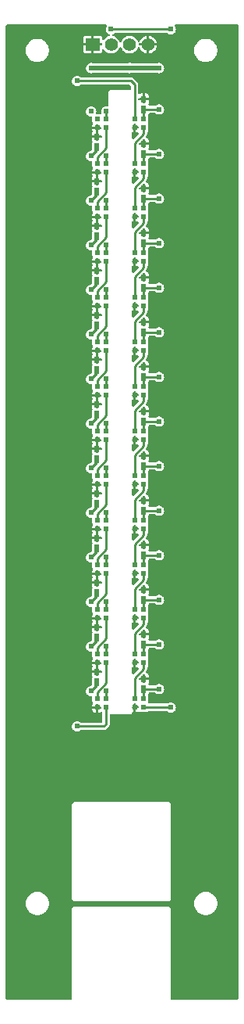
<source format=gtl>
G04 Layer: TopLayer*
G04 EasyEDA v6.5.29, 2023-07-18 11:14:52*
G04 afe15dd53e0047d18e41e40897773fa5,5a6b42c53f6a479593ecc07194224c93,10*
G04 Gerber Generator version 0.2*
G04 Scale: 100 percent, Rotated: No, Reflected: No *
G04 Dimensions in millimeters *
G04 leading zeros omitted , absolute positions ,4 integer and 5 decimal *
%FSLAX45Y45*%
%MOMM*%

%AMMACRO1*21,1,$1,$2,0,0,$3*%
%ADD10C,0.2540*%
%ADD11C,0.5000*%
%ADD12MACRO1,0.54X0.7901X0.0000*%
%ADD13R,0.5400X0.7901*%
%ADD14R,0.5500X0.5500*%
%ADD15C,1.4000*%
%ADD16MACRO1,1.524X1.4X0.0000*%
%ADD17C,0.6096*%
%ADD18C,0.0159*%

%LPD*%
G36*
X251967Y851408D02*
G01*
X248056Y852169D01*
X244805Y854405D01*
X242570Y857656D01*
X241808Y861568D01*
X241808Y11393932D01*
X242570Y11397843D01*
X244805Y11401094D01*
X248056Y11403330D01*
X251967Y11404092D01*
X1331468Y11404092D01*
X1335786Y11403126D01*
X1339240Y11400485D01*
X1341272Y11396573D01*
X1341475Y11392154D01*
X1339799Y11388090D01*
X1335481Y11381994D01*
X1331366Y11373053D01*
X1328826Y11363604D01*
X1327962Y11353800D01*
X1328826Y11343995D01*
X1331366Y11334546D01*
X1335481Y11325606D01*
X1341120Y11317579D01*
X1348079Y11310620D01*
X1356106Y11304981D01*
X1365148Y11300764D01*
X1368450Y11298326D01*
X1370482Y11294821D01*
X1370990Y11290757D01*
X1369822Y11286845D01*
X1367231Y11283696D01*
X1363624Y11281816D01*
X1353769Y11279022D01*
X1341780Y11273840D01*
X1330604Y11267033D01*
X1320444Y11258753D01*
X1311503Y11249202D01*
X1306474Y11242040D01*
X1303324Y11239195D01*
X1299311Y11237823D01*
X1295095Y11238230D01*
X1291386Y11240312D01*
X1288897Y11243767D01*
X1288034Y11247932D01*
X1288034Y11258143D01*
X1287272Y11264442D01*
X1285392Y11269929D01*
X1282293Y11274806D01*
X1278229Y11278920D01*
X1273302Y11281968D01*
X1267866Y11283899D01*
X1261516Y11284610D01*
X1198626Y11284610D01*
X1198626Y11201400D01*
X1280007Y11201400D01*
X1283919Y11200638D01*
X1287170Y11198402D01*
X1289405Y11195151D01*
X1290167Y11191240D01*
X1290167Y11186160D01*
X1289405Y11182248D01*
X1287170Y11178997D01*
X1283919Y11176762D01*
X1280007Y11176000D01*
X1198626Y11176000D01*
X1198626Y11092789D01*
X1261516Y11092789D01*
X1267866Y11093500D01*
X1273302Y11095431D01*
X1278229Y11098479D01*
X1282293Y11102594D01*
X1285392Y11107470D01*
X1287272Y11112957D01*
X1288034Y11119256D01*
X1288034Y11129467D01*
X1288897Y11133632D01*
X1291386Y11137087D01*
X1295095Y11139170D01*
X1299311Y11139576D01*
X1303324Y11138204D01*
X1306474Y11135360D01*
X1311503Y11128197D01*
X1320444Y11118646D01*
X1330604Y11110366D01*
X1341780Y11103559D01*
X1353769Y11098326D01*
X1366367Y11094821D01*
X1379372Y11093043D01*
X1392428Y11093043D01*
X1405432Y11094821D01*
X1418031Y11098326D01*
X1430020Y11103559D01*
X1441196Y11110366D01*
X1451356Y11118646D01*
X1460296Y11128197D01*
X1467815Y11138865D01*
X1473860Y11150498D01*
X1476349Y11157458D01*
X1478483Y11161014D01*
X1481836Y11163401D01*
X1485900Y11164214D01*
X1489964Y11163401D01*
X1493316Y11161014D01*
X1495450Y11157458D01*
X1497939Y11150498D01*
X1503984Y11138865D01*
X1511503Y11128197D01*
X1520444Y11118646D01*
X1530604Y11110366D01*
X1541780Y11103559D01*
X1553768Y11098326D01*
X1566367Y11094821D01*
X1579372Y11093043D01*
X1592427Y11093043D01*
X1605432Y11094821D01*
X1618030Y11098326D01*
X1630019Y11103559D01*
X1641195Y11110366D01*
X1651355Y11118646D01*
X1660296Y11128197D01*
X1667814Y11138865D01*
X1673860Y11150498D01*
X1676349Y11157458D01*
X1678482Y11161014D01*
X1681835Y11163401D01*
X1685899Y11164214D01*
X1689963Y11163401D01*
X1693316Y11161014D01*
X1695450Y11157458D01*
X1697939Y11150498D01*
X1703984Y11138865D01*
X1711502Y11128197D01*
X1720443Y11118646D01*
X1730603Y11110366D01*
X1741779Y11103559D01*
X1753768Y11098326D01*
X1766366Y11094821D01*
X1773174Y11093907D01*
X1773174Y11176000D01*
X1691792Y11176000D01*
X1687880Y11176762D01*
X1684629Y11178997D01*
X1682394Y11182248D01*
X1681632Y11186160D01*
X1681632Y11191240D01*
X1682394Y11195151D01*
X1684629Y11198402D01*
X1687880Y11200638D01*
X1691792Y11201400D01*
X1773174Y11201400D01*
X1773174Y11283492D01*
X1766366Y11282578D01*
X1753768Y11279022D01*
X1741779Y11273840D01*
X1730603Y11267033D01*
X1720443Y11258753D01*
X1711502Y11249202D01*
X1703984Y11238534D01*
X1697939Y11226901D01*
X1695450Y11219942D01*
X1693316Y11216386D01*
X1689963Y11213998D01*
X1685899Y11213185D01*
X1681835Y11213998D01*
X1678482Y11216386D01*
X1676349Y11219942D01*
X1673860Y11226901D01*
X1667814Y11238534D01*
X1660296Y11249202D01*
X1651355Y11258753D01*
X1641195Y11267033D01*
X1630019Y11273840D01*
X1618030Y11279022D01*
X1605432Y11282578D01*
X1592427Y11284356D01*
X1579372Y11284356D01*
X1566367Y11282578D01*
X1553768Y11279022D01*
X1541780Y11273840D01*
X1530604Y11267033D01*
X1520444Y11258753D01*
X1511503Y11249202D01*
X1503984Y11238534D01*
X1497939Y11226901D01*
X1495450Y11219942D01*
X1493316Y11216386D01*
X1489964Y11213998D01*
X1485900Y11213185D01*
X1481836Y11213998D01*
X1478483Y11216386D01*
X1476349Y11219942D01*
X1473860Y11226901D01*
X1467815Y11238534D01*
X1460296Y11249202D01*
X1451356Y11258753D01*
X1441196Y11267033D01*
X1430020Y11273840D01*
X1418031Y11279022D01*
X1406194Y11282375D01*
X1402537Y11284254D01*
X1399946Y11287404D01*
X1398828Y11291316D01*
X1399286Y11295380D01*
X1401368Y11298885D01*
X1404620Y11301323D01*
X1412494Y11304981D01*
X1420520Y11310620D01*
X1422095Y11312194D01*
X1425397Y11314430D01*
X1429308Y11315192D01*
X1986991Y11315192D01*
X1990902Y11314430D01*
X1994204Y11312194D01*
X1995779Y11310620D01*
X2003806Y11304981D01*
X2012746Y11300866D01*
X2022195Y11298326D01*
X2032000Y11297462D01*
X2041804Y11298326D01*
X2051253Y11300866D01*
X2060193Y11304981D01*
X2068220Y11310620D01*
X2075180Y11317579D01*
X2080818Y11325606D01*
X2084933Y11334546D01*
X2087473Y11343995D01*
X2088337Y11353800D01*
X2087473Y11363604D01*
X2084933Y11373053D01*
X2080818Y11381994D01*
X2076500Y11388090D01*
X2074824Y11392154D01*
X2075027Y11396573D01*
X2077059Y11400485D01*
X2080514Y11403126D01*
X2084832Y11404092D01*
X2757932Y11404092D01*
X2761843Y11403330D01*
X2765094Y11401094D01*
X2767330Y11397843D01*
X2768092Y11393932D01*
X2768092Y861568D01*
X2767330Y857656D01*
X2765094Y854405D01*
X2761843Y852169D01*
X2757932Y851408D01*
X2042668Y851408D01*
X2038756Y852169D01*
X2035505Y854405D01*
X2033270Y857656D01*
X2032507Y861568D01*
X2032507Y1832254D01*
X2031796Y1838553D01*
X2029866Y1843989D01*
X2026818Y1848916D01*
X2022703Y1852980D01*
X2017826Y1856079D01*
X2012340Y1858010D01*
X2006041Y1858721D01*
X987145Y1858721D01*
X980846Y1858010D01*
X975410Y1856079D01*
X970483Y1852980D01*
X966419Y1848916D01*
X963320Y1843989D01*
X961390Y1838553D01*
X960678Y1832254D01*
X960678Y861568D01*
X959916Y857656D01*
X957732Y854405D01*
X954430Y852169D01*
X950518Y851408D01*
G37*

%LPC*%
G36*
X1083818Y11201400D02*
G01*
X1173226Y11201400D01*
X1173226Y11284610D01*
X1110284Y11284610D01*
X1103934Y11283899D01*
X1098499Y11281968D01*
X1093571Y11278920D01*
X1089507Y11274806D01*
X1086408Y11269929D01*
X1084529Y11264442D01*
X1083818Y11258143D01*
G37*
G36*
X584200Y1766417D02*
G01*
X599389Y1767332D01*
X614324Y1770075D01*
X628853Y1774596D01*
X642721Y1780844D01*
X655726Y1788718D01*
X667664Y1798066D01*
X678434Y1808835D01*
X687781Y1820773D01*
X695655Y1833778D01*
X701903Y1847646D01*
X706424Y1862175D01*
X709168Y1877110D01*
X710082Y1892300D01*
X709168Y1907489D01*
X706424Y1922424D01*
X701903Y1936953D01*
X695655Y1950821D01*
X687781Y1963826D01*
X678434Y1975764D01*
X667664Y1986534D01*
X655726Y1995881D01*
X642721Y2003755D01*
X628853Y2010003D01*
X614324Y2014524D01*
X599389Y2017268D01*
X584200Y2018182D01*
X569010Y2017268D01*
X554075Y2014524D01*
X539546Y2010003D01*
X525678Y2003755D01*
X512673Y1995881D01*
X500735Y1986534D01*
X489966Y1975764D01*
X480618Y1963826D01*
X472744Y1950821D01*
X466496Y1936953D01*
X461975Y1922424D01*
X459232Y1907489D01*
X458317Y1892300D01*
X459232Y1877110D01*
X461975Y1862175D01*
X466496Y1847646D01*
X472744Y1833778D01*
X480618Y1820773D01*
X489966Y1808835D01*
X500735Y1798066D01*
X512673Y1788718D01*
X525678Y1780844D01*
X539546Y1774596D01*
X554075Y1770075D01*
X569010Y1767332D01*
G37*
G36*
X987145Y1917192D02*
G01*
X2006041Y1917192D01*
X2012340Y1917903D01*
X2017826Y1919833D01*
X2022703Y1922881D01*
X2026818Y1926996D01*
X2029866Y1931873D01*
X2031796Y1937359D01*
X2032507Y1943658D01*
X2032507Y2962554D01*
X2031796Y2968853D01*
X2029866Y2974289D01*
X2026818Y2979216D01*
X2022703Y2983280D01*
X2017826Y2986379D01*
X2012340Y2988310D01*
X2006041Y2989021D01*
X987145Y2989021D01*
X980846Y2988310D01*
X975410Y2986379D01*
X970483Y2983280D01*
X966419Y2979216D01*
X963320Y2974289D01*
X961390Y2968853D01*
X960678Y2962554D01*
X960678Y1943658D01*
X961390Y1937359D01*
X963320Y1931873D01*
X966419Y1926996D01*
X970483Y1922881D01*
X975410Y1919833D01*
X980846Y1917903D01*
G37*
G36*
X1016000Y3753662D02*
G01*
X1025804Y3754526D01*
X1035253Y3757066D01*
X1044194Y3761181D01*
X1052220Y3766820D01*
X1053795Y3768394D01*
X1057097Y3770629D01*
X1061008Y3771392D01*
X1307592Y3771392D01*
X1315618Y3772204D01*
X1322832Y3774389D01*
X1329537Y3777945D01*
X1335735Y3783076D01*
X1357122Y3804462D01*
X1362252Y3810660D01*
X1365808Y3817365D01*
X1367993Y3824579D01*
X1368806Y3832606D01*
X1368806Y3926941D01*
X1369669Y3931107D01*
X1372209Y3934510D01*
X1375867Y3936593D01*
X1380083Y3937050D01*
X1384858Y3936492D01*
X1586941Y3936492D01*
X1593240Y3937203D01*
X1598726Y3939133D01*
X1603603Y3942181D01*
X1607718Y3946296D01*
X1610766Y3951173D01*
X1612595Y3956304D01*
X1614728Y3959860D01*
X1618081Y3962298D01*
X1622145Y3963111D01*
X1628901Y3963111D01*
X1628901Y4003852D01*
X1623568Y4003852D01*
X1619656Y4004614D01*
X1616405Y4006799D01*
X1614170Y4010101D01*
X1613408Y4014012D01*
X1613408Y4019092D01*
X1614170Y4022953D01*
X1616405Y4026255D01*
X1619656Y4028440D01*
X1623568Y4029252D01*
X1628901Y4029252D01*
X1628901Y4047947D01*
X1629664Y4051858D01*
X1631848Y4055160D01*
X1635150Y4057345D01*
X1639062Y4058107D01*
X1644142Y4058107D01*
X1648002Y4057345D01*
X1651304Y4055160D01*
X1653539Y4051858D01*
X1654302Y4047947D01*
X1654302Y4029252D01*
X1672996Y4029252D01*
X1676907Y4028440D01*
X1680210Y4026255D01*
X1682394Y4022953D01*
X1683156Y4019092D01*
X1683156Y4014012D01*
X1682394Y4010101D01*
X1680210Y4006799D01*
X1676907Y4004614D01*
X1672996Y4003852D01*
X1654302Y4003852D01*
X1654302Y3963111D01*
X1668525Y3963111D01*
X1674825Y3963822D01*
X1680311Y3965752D01*
X1683664Y3967886D01*
X1687220Y3969258D01*
X1690979Y3969258D01*
X1694484Y3967886D01*
X1697888Y3965752D01*
X1703324Y3963822D01*
X1709674Y3963111D01*
X1763522Y3963111D01*
X1769821Y3963822D01*
X1775307Y3965752D01*
X1780184Y3968800D01*
X1786686Y3975658D01*
X1789684Y3977335D01*
X1793036Y3977894D01*
X1983689Y3977894D01*
X1987600Y3977132D01*
X1990902Y3974896D01*
X1995779Y3970020D01*
X2003806Y3964381D01*
X2012746Y3960266D01*
X2022195Y3957726D01*
X2032000Y3956862D01*
X2041804Y3957726D01*
X2051253Y3960266D01*
X2060193Y3964381D01*
X2068220Y3970020D01*
X2075180Y3976979D01*
X2080818Y3985006D01*
X2084933Y3993946D01*
X2087473Y4003395D01*
X2088337Y4013200D01*
X2087473Y4023004D01*
X2084933Y4032453D01*
X2080818Y4041394D01*
X2075180Y4049420D01*
X2068220Y4056379D01*
X2060193Y4062018D01*
X2051253Y4066133D01*
X2041804Y4068673D01*
X2032000Y4069537D01*
X2022195Y4068673D01*
X2012746Y4066133D01*
X2003806Y4062018D01*
X1996592Y4056938D01*
X1993849Y4055567D01*
X1990801Y4055110D01*
X1794611Y4055110D01*
X1790446Y4056024D01*
X1786991Y4058564D01*
X1784908Y4062323D01*
X1784553Y4066641D01*
X1786026Y4070654D01*
X1787347Y4072788D01*
X1789277Y4078274D01*
X1789988Y4084574D01*
X1789988Y4138472D01*
X1789277Y4144772D01*
X1787347Y4150258D01*
X1786788Y4153255D01*
X1787143Y4156252D01*
X1788363Y4159046D01*
X1790192Y4161993D01*
X1792173Y4167682D01*
X1794306Y4171238D01*
X1797710Y4173626D01*
X1801774Y4174490D01*
X1860092Y4174490D01*
X1864004Y4173728D01*
X1867306Y4171492D01*
X1868779Y4170019D01*
X1876806Y4164380D01*
X1885746Y4160215D01*
X1895195Y4157675D01*
X1905000Y4156862D01*
X1914804Y4157675D01*
X1924253Y4160215D01*
X1933193Y4164380D01*
X1941220Y4170019D01*
X1948180Y4176979D01*
X1953818Y4185005D01*
X1957933Y4193895D01*
X1960473Y4203395D01*
X1961337Y4213199D01*
X1960473Y4222953D01*
X1957933Y4232452D01*
X1953818Y4241342D01*
X1948180Y4249420D01*
X1941220Y4256328D01*
X1933193Y4261967D01*
X1924253Y4266133D01*
X1914804Y4268673D01*
X1905000Y4269536D01*
X1895195Y4268673D01*
X1885746Y4266133D01*
X1876806Y4261967D01*
X1868779Y4256328D01*
X1867103Y4254652D01*
X1863801Y4252468D01*
X1859889Y4251706D01*
X1801469Y4251706D01*
X1797405Y4252518D01*
X1794052Y4254957D01*
X1791919Y4258513D01*
X1790039Y4263847D01*
X1789480Y4267200D01*
X1790039Y4270552D01*
X1792071Y4276445D01*
X1792782Y4282795D01*
X1792782Y4309008D01*
X1752600Y4309008D01*
X1752600Y4288282D01*
X1751838Y4284370D01*
X1749602Y4281068D01*
X1746351Y4278884D01*
X1742439Y4278122D01*
X1737360Y4278122D01*
X1733448Y4278884D01*
X1730197Y4281068D01*
X1727962Y4284370D01*
X1727200Y4288282D01*
X1727200Y4309008D01*
X1695754Y4309008D01*
X1691843Y4309770D01*
X1688541Y4312005D01*
X1686356Y4315256D01*
X1685594Y4319168D01*
X1686356Y4323029D01*
X1688541Y4326331D01*
X1693621Y4331411D01*
X1696923Y4333646D01*
X1700834Y4334408D01*
X1727200Y4334408D01*
X1727200Y4360773D01*
X1727962Y4364685D01*
X1730197Y4367987D01*
X1735277Y4373067D01*
X1738528Y4375251D01*
X1742439Y4376013D01*
X1746351Y4375251D01*
X1749602Y4373067D01*
X1751838Y4369765D01*
X1752600Y4365853D01*
X1752600Y4334408D01*
X1792782Y4334408D01*
X1792782Y4360621D01*
X1792071Y4366971D01*
X1790192Y4372406D01*
X1787093Y4377334D01*
X1783029Y4381398D01*
X1778101Y4384497D01*
X1767586Y4387900D01*
X1764436Y4390898D01*
X1762810Y4394860D01*
X1762963Y4399229D01*
X1764944Y4403039D01*
X1768652Y4407560D01*
X1772208Y4414266D01*
X1774393Y4421479D01*
X1775206Y4429506D01*
X1775206Y4442663D01*
X1775764Y4446016D01*
X1777441Y4449013D01*
X1780184Y4451400D01*
X1784299Y4455515D01*
X1787347Y4460392D01*
X1789277Y4465878D01*
X1789988Y4472178D01*
X1789988Y4526076D01*
X1789277Y4532376D01*
X1787347Y4537862D01*
X1785264Y4541215D01*
X1783842Y4544720D01*
X1783842Y4548530D01*
X1785264Y4552035D01*
X1787347Y4555388D01*
X1789277Y4560874D01*
X1789988Y4567174D01*
X1789988Y4621072D01*
X1789277Y4627372D01*
X1787347Y4632858D01*
X1786788Y4635855D01*
X1787143Y4638852D01*
X1788363Y4641646D01*
X1790192Y4644593D01*
X1792173Y4650282D01*
X1794306Y4653838D01*
X1797710Y4656226D01*
X1801774Y4657090D01*
X1860092Y4657090D01*
X1864004Y4656328D01*
X1867306Y4654092D01*
X1868779Y4652619D01*
X1876806Y4646980D01*
X1885746Y4642815D01*
X1895195Y4640275D01*
X1905000Y4639462D01*
X1914804Y4640275D01*
X1924253Y4642815D01*
X1933193Y4646980D01*
X1941220Y4652619D01*
X1948180Y4659579D01*
X1953818Y4667605D01*
X1957933Y4676495D01*
X1960473Y4685995D01*
X1961337Y4695799D01*
X1960473Y4705553D01*
X1957933Y4715052D01*
X1953818Y4723942D01*
X1948180Y4732020D01*
X1941220Y4738928D01*
X1933193Y4744567D01*
X1924253Y4748733D01*
X1914804Y4751273D01*
X1905000Y4752136D01*
X1895195Y4751273D01*
X1885746Y4748733D01*
X1876806Y4744567D01*
X1868779Y4738928D01*
X1867103Y4737252D01*
X1863801Y4735068D01*
X1859889Y4734306D01*
X1801469Y4734306D01*
X1797405Y4735118D01*
X1794052Y4737557D01*
X1791919Y4741113D01*
X1790039Y4746447D01*
X1789480Y4749800D01*
X1790039Y4753152D01*
X1792071Y4759045D01*
X1792782Y4765395D01*
X1792782Y4791608D01*
X1752600Y4791608D01*
X1752600Y4770882D01*
X1751838Y4766970D01*
X1749602Y4763668D01*
X1746351Y4761484D01*
X1742439Y4760722D01*
X1737360Y4760722D01*
X1733448Y4761484D01*
X1730197Y4763668D01*
X1727962Y4766970D01*
X1727200Y4770882D01*
X1727200Y4791608D01*
X1695754Y4791608D01*
X1691843Y4792370D01*
X1688541Y4794605D01*
X1686356Y4797856D01*
X1685594Y4801768D01*
X1686356Y4805629D01*
X1688541Y4808931D01*
X1693621Y4814011D01*
X1696923Y4816246D01*
X1700834Y4817008D01*
X1727200Y4817008D01*
X1727200Y4843373D01*
X1727962Y4847285D01*
X1730197Y4850587D01*
X1735277Y4855667D01*
X1738528Y4857851D01*
X1742439Y4858613D01*
X1746351Y4857851D01*
X1749602Y4855667D01*
X1751838Y4852365D01*
X1752600Y4848453D01*
X1752600Y4817008D01*
X1792782Y4817008D01*
X1792782Y4843221D01*
X1792071Y4849571D01*
X1790192Y4855006D01*
X1787093Y4859934D01*
X1783029Y4863998D01*
X1778101Y4867097D01*
X1767586Y4870500D01*
X1764436Y4873498D01*
X1762810Y4877460D01*
X1762963Y4881829D01*
X1764944Y4885639D01*
X1768652Y4890160D01*
X1772208Y4896866D01*
X1774393Y4904079D01*
X1775206Y4912106D01*
X1775206Y4925263D01*
X1775764Y4928616D01*
X1777441Y4931613D01*
X1780184Y4934000D01*
X1784299Y4938115D01*
X1787347Y4942992D01*
X1789277Y4948478D01*
X1789988Y4954778D01*
X1789988Y5008676D01*
X1789277Y5014976D01*
X1787347Y5020462D01*
X1785264Y5023815D01*
X1783842Y5027320D01*
X1783842Y5031130D01*
X1785264Y5034635D01*
X1787347Y5037988D01*
X1789277Y5043474D01*
X1789988Y5049774D01*
X1789988Y5103672D01*
X1789277Y5109972D01*
X1787347Y5115458D01*
X1786788Y5118455D01*
X1787143Y5121452D01*
X1788363Y5124246D01*
X1790192Y5127193D01*
X1792122Y5132781D01*
X1794306Y5136337D01*
X1797659Y5138724D01*
X1801723Y5139588D01*
X1860092Y5139588D01*
X1864004Y5138826D01*
X1867306Y5136591D01*
X1868779Y5135118D01*
X1876806Y5129479D01*
X1885746Y5125313D01*
X1895195Y5122773D01*
X1905000Y5121960D01*
X1914804Y5122773D01*
X1924253Y5125313D01*
X1933193Y5129479D01*
X1941220Y5135118D01*
X1948180Y5142077D01*
X1953818Y5150104D01*
X1957933Y5158994D01*
X1960473Y5168493D01*
X1961337Y5178298D01*
X1960473Y5188051D01*
X1957933Y5197551D01*
X1953818Y5206441D01*
X1948180Y5214518D01*
X1941220Y5221478D01*
X1933193Y5227066D01*
X1924253Y5231231D01*
X1914804Y5233771D01*
X1905000Y5234635D01*
X1895195Y5233771D01*
X1885746Y5231231D01*
X1876806Y5227066D01*
X1868779Y5221478D01*
X1867103Y5219750D01*
X1863801Y5217566D01*
X1859889Y5216804D01*
X1801520Y5216804D01*
X1797456Y5217668D01*
X1794103Y5220055D01*
X1791919Y5223611D01*
X1790039Y5229047D01*
X1789480Y5232400D01*
X1790039Y5235752D01*
X1792071Y5241645D01*
X1792782Y5247995D01*
X1792782Y5274208D01*
X1752600Y5274208D01*
X1752600Y5253482D01*
X1751838Y5249570D01*
X1749602Y5246268D01*
X1746351Y5244084D01*
X1742439Y5243322D01*
X1737360Y5243322D01*
X1733448Y5244084D01*
X1730197Y5246268D01*
X1727962Y5249570D01*
X1727200Y5253482D01*
X1727200Y5274208D01*
X1695754Y5274208D01*
X1691843Y5274970D01*
X1688541Y5277205D01*
X1686356Y5280456D01*
X1685594Y5284368D01*
X1686356Y5288229D01*
X1688541Y5291531D01*
X1693621Y5296611D01*
X1696923Y5298846D01*
X1700834Y5299608D01*
X1727200Y5299608D01*
X1727200Y5325973D01*
X1727962Y5329885D01*
X1730197Y5333187D01*
X1735277Y5338267D01*
X1738528Y5340451D01*
X1742439Y5341213D01*
X1746351Y5340451D01*
X1749602Y5338267D01*
X1751838Y5334965D01*
X1752600Y5331053D01*
X1752600Y5299608D01*
X1792782Y5299608D01*
X1792782Y5325821D01*
X1792071Y5332171D01*
X1790192Y5337606D01*
X1787093Y5342534D01*
X1783029Y5346598D01*
X1778101Y5349697D01*
X1767586Y5353100D01*
X1764436Y5356098D01*
X1762810Y5360060D01*
X1762963Y5364429D01*
X1764944Y5368239D01*
X1768652Y5372760D01*
X1772208Y5379466D01*
X1774393Y5386679D01*
X1775206Y5394706D01*
X1775206Y5407863D01*
X1775764Y5411216D01*
X1777441Y5414213D01*
X1780184Y5416600D01*
X1784299Y5420715D01*
X1787347Y5425592D01*
X1789277Y5431078D01*
X1789988Y5437378D01*
X1789988Y5491276D01*
X1789277Y5497576D01*
X1787347Y5503062D01*
X1785264Y5506415D01*
X1783842Y5509920D01*
X1783842Y5513730D01*
X1785264Y5517235D01*
X1787347Y5520588D01*
X1789277Y5526074D01*
X1789988Y5532374D01*
X1789988Y5586272D01*
X1789277Y5592572D01*
X1787347Y5598058D01*
X1786788Y5601055D01*
X1787143Y5604052D01*
X1788363Y5606846D01*
X1790192Y5609793D01*
X1792122Y5615381D01*
X1794306Y5618937D01*
X1797659Y5621324D01*
X1801723Y5622188D01*
X1860092Y5622188D01*
X1864004Y5621426D01*
X1867306Y5619191D01*
X1868779Y5617718D01*
X1876806Y5612079D01*
X1885746Y5607913D01*
X1895195Y5605373D01*
X1905000Y5604560D01*
X1914804Y5605373D01*
X1924253Y5607913D01*
X1933193Y5612079D01*
X1941220Y5617718D01*
X1948180Y5624677D01*
X1953818Y5632704D01*
X1957933Y5641594D01*
X1960473Y5651093D01*
X1961337Y5660898D01*
X1960473Y5670651D01*
X1957933Y5680151D01*
X1953818Y5689041D01*
X1948180Y5697118D01*
X1941220Y5704078D01*
X1933193Y5709666D01*
X1924253Y5713831D01*
X1914804Y5716371D01*
X1905000Y5717235D01*
X1895195Y5716371D01*
X1885746Y5713831D01*
X1876806Y5709666D01*
X1868779Y5704078D01*
X1867103Y5702350D01*
X1863801Y5700166D01*
X1859889Y5699404D01*
X1801520Y5699404D01*
X1797456Y5700268D01*
X1794103Y5702655D01*
X1791919Y5706211D01*
X1790039Y5711647D01*
X1789480Y5715000D01*
X1790039Y5718352D01*
X1792071Y5724245D01*
X1792782Y5730595D01*
X1792782Y5756808D01*
X1752600Y5756808D01*
X1752600Y5736082D01*
X1751838Y5732170D01*
X1749602Y5728868D01*
X1746351Y5726684D01*
X1742439Y5725922D01*
X1737360Y5725922D01*
X1733448Y5726684D01*
X1730197Y5728868D01*
X1727962Y5732170D01*
X1727200Y5736082D01*
X1727200Y5756808D01*
X1695754Y5756808D01*
X1691843Y5757570D01*
X1688541Y5759805D01*
X1686356Y5763056D01*
X1685594Y5766968D01*
X1686356Y5770829D01*
X1688541Y5774131D01*
X1693621Y5779211D01*
X1696923Y5781446D01*
X1700834Y5782208D01*
X1727200Y5782208D01*
X1727200Y5808573D01*
X1727962Y5812485D01*
X1730197Y5815787D01*
X1735277Y5820867D01*
X1738528Y5823051D01*
X1742439Y5823813D01*
X1746351Y5823051D01*
X1749602Y5820867D01*
X1751838Y5817565D01*
X1752600Y5813653D01*
X1752600Y5782208D01*
X1792782Y5782208D01*
X1792782Y5808421D01*
X1792071Y5814771D01*
X1790192Y5820206D01*
X1787093Y5825134D01*
X1783029Y5829198D01*
X1778101Y5832297D01*
X1767586Y5835700D01*
X1764436Y5838698D01*
X1762810Y5842660D01*
X1762963Y5847029D01*
X1764944Y5850839D01*
X1768652Y5855360D01*
X1772208Y5862066D01*
X1774393Y5869279D01*
X1775206Y5877306D01*
X1775206Y5890463D01*
X1775764Y5893816D01*
X1777441Y5896813D01*
X1780184Y5899200D01*
X1784299Y5903315D01*
X1787347Y5908192D01*
X1789277Y5913678D01*
X1789988Y5919978D01*
X1789988Y5973876D01*
X1789277Y5980176D01*
X1787347Y5985662D01*
X1785264Y5989015D01*
X1783842Y5992520D01*
X1783842Y5996330D01*
X1785264Y5999835D01*
X1787347Y6003188D01*
X1789277Y6008674D01*
X1789988Y6014974D01*
X1789988Y6068872D01*
X1789277Y6075172D01*
X1787347Y6080658D01*
X1786788Y6083655D01*
X1787143Y6086652D01*
X1788363Y6089446D01*
X1790192Y6092393D01*
X1792122Y6097879D01*
X1794256Y6101435D01*
X1797659Y6103823D01*
X1801723Y6104686D01*
X1860092Y6104686D01*
X1864004Y6103924D01*
X1867306Y6101689D01*
X1868779Y6100216D01*
X1876806Y6094577D01*
X1885746Y6090462D01*
X1895195Y6087872D01*
X1905000Y6087059D01*
X1914804Y6087872D01*
X1924253Y6090462D01*
X1933193Y6094577D01*
X1941220Y6100216D01*
X1948180Y6107176D01*
X1953818Y6115202D01*
X1957933Y6124092D01*
X1960473Y6133592D01*
X1961337Y6143396D01*
X1960473Y6153150D01*
X1957933Y6162649D01*
X1953818Y6171539D01*
X1948180Y6179616D01*
X1941220Y6186576D01*
X1933193Y6192164D01*
X1924253Y6196330D01*
X1914804Y6198870D01*
X1905000Y6199733D01*
X1895195Y6198870D01*
X1885746Y6196330D01*
X1876806Y6192164D01*
X1868779Y6186576D01*
X1867103Y6184849D01*
X1863801Y6182664D01*
X1859889Y6181902D01*
X1801571Y6181902D01*
X1797507Y6182766D01*
X1794103Y6185154D01*
X1791970Y6188710D01*
X1790039Y6194247D01*
X1789480Y6197600D01*
X1790039Y6200952D01*
X1792071Y6206845D01*
X1792782Y6213195D01*
X1792782Y6239408D01*
X1752600Y6239408D01*
X1752600Y6218682D01*
X1751838Y6214770D01*
X1749602Y6211468D01*
X1746351Y6209284D01*
X1742439Y6208522D01*
X1737360Y6208522D01*
X1733448Y6209284D01*
X1730197Y6211468D01*
X1727962Y6214770D01*
X1727200Y6218682D01*
X1727200Y6239408D01*
X1695754Y6239408D01*
X1691843Y6240170D01*
X1688541Y6242405D01*
X1686356Y6245656D01*
X1685594Y6249568D01*
X1686356Y6253429D01*
X1688541Y6256731D01*
X1693621Y6261811D01*
X1696923Y6264046D01*
X1700834Y6264808D01*
X1727200Y6264808D01*
X1727200Y6291173D01*
X1727962Y6295085D01*
X1730197Y6298387D01*
X1735277Y6303467D01*
X1738528Y6305651D01*
X1742439Y6306413D01*
X1746351Y6305651D01*
X1749602Y6303467D01*
X1751838Y6300165D01*
X1752600Y6296253D01*
X1752600Y6264808D01*
X1792782Y6264808D01*
X1792782Y6291021D01*
X1792071Y6297371D01*
X1790192Y6302806D01*
X1787093Y6307734D01*
X1783029Y6311798D01*
X1778101Y6314897D01*
X1767586Y6318300D01*
X1764436Y6321298D01*
X1762810Y6325260D01*
X1762963Y6329629D01*
X1764944Y6333439D01*
X1768652Y6337960D01*
X1772208Y6344666D01*
X1774393Y6351879D01*
X1775206Y6359906D01*
X1775206Y6373063D01*
X1775764Y6376416D01*
X1777441Y6379413D01*
X1780184Y6381800D01*
X1784299Y6385915D01*
X1787347Y6390792D01*
X1789277Y6396278D01*
X1789988Y6402578D01*
X1789988Y6456476D01*
X1789277Y6462776D01*
X1787347Y6468262D01*
X1785264Y6471615D01*
X1783842Y6475120D01*
X1783842Y6478930D01*
X1785264Y6482435D01*
X1787347Y6485788D01*
X1789277Y6491274D01*
X1789988Y6497574D01*
X1789988Y6551472D01*
X1789277Y6557772D01*
X1787347Y6563258D01*
X1786788Y6566255D01*
X1787143Y6569252D01*
X1788363Y6572046D01*
X1790192Y6574993D01*
X1792122Y6580479D01*
X1794256Y6584035D01*
X1797659Y6586423D01*
X1801723Y6587286D01*
X1860092Y6587286D01*
X1864004Y6586524D01*
X1867306Y6584289D01*
X1868779Y6582816D01*
X1876806Y6577177D01*
X1885746Y6573062D01*
X1895195Y6570472D01*
X1905000Y6569659D01*
X1914804Y6570472D01*
X1924253Y6573062D01*
X1933193Y6577177D01*
X1941220Y6582816D01*
X1948180Y6589775D01*
X1953818Y6597802D01*
X1957933Y6606692D01*
X1960473Y6616192D01*
X1961337Y6625996D01*
X1960473Y6635750D01*
X1957933Y6645249D01*
X1953818Y6654139D01*
X1948180Y6662216D01*
X1941220Y6669176D01*
X1933193Y6674764D01*
X1924253Y6678930D01*
X1914804Y6681470D01*
X1905000Y6682333D01*
X1895195Y6681470D01*
X1885746Y6678930D01*
X1876806Y6674764D01*
X1868779Y6669176D01*
X1867103Y6667449D01*
X1863801Y6665264D01*
X1859889Y6664502D01*
X1801571Y6664502D01*
X1797507Y6665366D01*
X1794103Y6667753D01*
X1791970Y6671309D01*
X1790039Y6676847D01*
X1789480Y6680200D01*
X1790039Y6683552D01*
X1792071Y6689445D01*
X1792782Y6695795D01*
X1792782Y6722008D01*
X1752600Y6722008D01*
X1752600Y6701281D01*
X1751838Y6697370D01*
X1749602Y6694068D01*
X1746351Y6691884D01*
X1742439Y6691122D01*
X1737360Y6691122D01*
X1733448Y6691884D01*
X1730197Y6694068D01*
X1727962Y6697370D01*
X1727200Y6701281D01*
X1727200Y6722008D01*
X1695754Y6722008D01*
X1691843Y6722770D01*
X1688541Y6725005D01*
X1686356Y6728256D01*
X1685594Y6732168D01*
X1686356Y6736029D01*
X1688541Y6739331D01*
X1693621Y6744411D01*
X1696923Y6746646D01*
X1700834Y6747408D01*
X1727200Y6747408D01*
X1727200Y6773773D01*
X1727962Y6777685D01*
X1730197Y6780987D01*
X1735277Y6786067D01*
X1738528Y6788251D01*
X1742439Y6789013D01*
X1746351Y6788251D01*
X1749602Y6786067D01*
X1751838Y6782765D01*
X1752600Y6778853D01*
X1752600Y6747408D01*
X1792782Y6747408D01*
X1792782Y6773621D01*
X1792071Y6779971D01*
X1790192Y6785406D01*
X1787093Y6790334D01*
X1783029Y6794398D01*
X1778101Y6797497D01*
X1767586Y6800900D01*
X1764436Y6803898D01*
X1762810Y6807860D01*
X1762963Y6812229D01*
X1764944Y6816039D01*
X1768652Y6820560D01*
X1772208Y6827266D01*
X1774393Y6834479D01*
X1775206Y6842506D01*
X1775206Y6855663D01*
X1775764Y6859016D01*
X1777441Y6862013D01*
X1780184Y6864400D01*
X1784299Y6868515D01*
X1787347Y6873392D01*
X1789277Y6878878D01*
X1789988Y6885178D01*
X1789988Y6939076D01*
X1789277Y6945375D01*
X1787347Y6950862D01*
X1785264Y6954215D01*
X1783842Y6957720D01*
X1783842Y6961530D01*
X1785264Y6965035D01*
X1787347Y6968388D01*
X1789277Y6973874D01*
X1789988Y6980174D01*
X1789988Y7034072D01*
X1789277Y7040372D01*
X1787347Y7045858D01*
X1786788Y7048855D01*
X1787143Y7051852D01*
X1788363Y7054646D01*
X1790192Y7057593D01*
X1792071Y7062978D01*
X1794205Y7066534D01*
X1797608Y7068921D01*
X1801672Y7069785D01*
X1860092Y7069785D01*
X1864004Y7069023D01*
X1867306Y7066788D01*
X1868779Y7065314D01*
X1876806Y7059675D01*
X1885746Y7055561D01*
X1895195Y7053021D01*
X1905000Y7052157D01*
X1914804Y7053021D01*
X1924253Y7055561D01*
X1933193Y7059675D01*
X1941220Y7065314D01*
X1948180Y7072274D01*
X1953818Y7080300D01*
X1957933Y7089241D01*
X1960473Y7098690D01*
X1961337Y7108494D01*
X1960473Y7118299D01*
X1957933Y7127748D01*
X1953818Y7136688D01*
X1948180Y7144715D01*
X1941220Y7151674D01*
X1933193Y7157313D01*
X1924253Y7161428D01*
X1914804Y7163968D01*
X1905000Y7164831D01*
X1895195Y7163968D01*
X1885746Y7161428D01*
X1876806Y7157313D01*
X1868779Y7151674D01*
X1867103Y7149998D01*
X1863801Y7147763D01*
X1859889Y7147001D01*
X1801622Y7147001D01*
X1797557Y7147864D01*
X1794154Y7150252D01*
X1792020Y7153808D01*
X1790039Y7159447D01*
X1789480Y7162800D01*
X1790039Y7166152D01*
X1792071Y7172045D01*
X1792782Y7178395D01*
X1792782Y7204608D01*
X1752600Y7204608D01*
X1752600Y7183881D01*
X1751838Y7179970D01*
X1749602Y7176668D01*
X1746351Y7174484D01*
X1742439Y7173722D01*
X1737360Y7173722D01*
X1733448Y7174484D01*
X1730197Y7176668D01*
X1727962Y7179970D01*
X1727200Y7183881D01*
X1727200Y7204608D01*
X1695754Y7204608D01*
X1691843Y7205370D01*
X1688541Y7207605D01*
X1686356Y7210856D01*
X1685594Y7214768D01*
X1686356Y7218629D01*
X1688541Y7221931D01*
X1693621Y7227011D01*
X1696923Y7229246D01*
X1700834Y7230008D01*
X1727200Y7230008D01*
X1727200Y7256373D01*
X1727962Y7260285D01*
X1730197Y7263587D01*
X1735277Y7268667D01*
X1738528Y7270851D01*
X1742439Y7271613D01*
X1746351Y7270851D01*
X1749602Y7268667D01*
X1751838Y7265365D01*
X1752600Y7261453D01*
X1752600Y7230008D01*
X1792782Y7230008D01*
X1792782Y7256221D01*
X1792071Y7262571D01*
X1790192Y7268006D01*
X1787093Y7272934D01*
X1783029Y7276998D01*
X1778101Y7280097D01*
X1767586Y7283500D01*
X1764436Y7286498D01*
X1762810Y7290460D01*
X1762963Y7294829D01*
X1764944Y7298639D01*
X1768652Y7303160D01*
X1772208Y7309866D01*
X1774393Y7317079D01*
X1775206Y7325106D01*
X1775206Y7338263D01*
X1775764Y7341616D01*
X1777441Y7344613D01*
X1780184Y7347000D01*
X1784299Y7351115D01*
X1787347Y7355992D01*
X1789277Y7361478D01*
X1789988Y7367778D01*
X1789988Y7421676D01*
X1789277Y7427975D01*
X1787347Y7433462D01*
X1785264Y7436815D01*
X1783842Y7440320D01*
X1783842Y7444130D01*
X1785264Y7447635D01*
X1787347Y7450988D01*
X1789277Y7456474D01*
X1789988Y7462774D01*
X1789988Y7516672D01*
X1789277Y7522972D01*
X1787347Y7528458D01*
X1786788Y7531455D01*
X1787143Y7534452D01*
X1788363Y7537246D01*
X1790192Y7540193D01*
X1792071Y7545578D01*
X1794205Y7549134D01*
X1797608Y7551521D01*
X1801672Y7552385D01*
X1860092Y7552385D01*
X1864004Y7551623D01*
X1867306Y7549388D01*
X1868779Y7547914D01*
X1876806Y7542275D01*
X1885746Y7538161D01*
X1895195Y7535621D01*
X1905000Y7534757D01*
X1914804Y7535621D01*
X1924253Y7538161D01*
X1933193Y7542275D01*
X1941220Y7547914D01*
X1948180Y7554874D01*
X1953818Y7562900D01*
X1957933Y7571841D01*
X1960473Y7581290D01*
X1961337Y7591094D01*
X1960473Y7600899D01*
X1957933Y7610348D01*
X1953818Y7619288D01*
X1948180Y7627315D01*
X1941220Y7634274D01*
X1933193Y7639913D01*
X1924253Y7644028D01*
X1914804Y7646568D01*
X1905000Y7647431D01*
X1895195Y7646568D01*
X1885746Y7644028D01*
X1876806Y7639913D01*
X1868779Y7634274D01*
X1867103Y7632598D01*
X1863801Y7630363D01*
X1859889Y7629601D01*
X1801622Y7629601D01*
X1797557Y7630464D01*
X1794154Y7632852D01*
X1792020Y7636408D01*
X1790039Y7642047D01*
X1789480Y7645400D01*
X1790039Y7648752D01*
X1792071Y7654645D01*
X1792782Y7660995D01*
X1792782Y7687208D01*
X1752600Y7687208D01*
X1752600Y7666481D01*
X1751838Y7662570D01*
X1749602Y7659268D01*
X1746351Y7657084D01*
X1742439Y7656322D01*
X1737360Y7656322D01*
X1733448Y7657084D01*
X1730197Y7659268D01*
X1727962Y7662570D01*
X1727200Y7666481D01*
X1727200Y7687208D01*
X1695754Y7687208D01*
X1691843Y7687970D01*
X1688541Y7690205D01*
X1686356Y7693456D01*
X1685594Y7697368D01*
X1686356Y7701229D01*
X1688541Y7704531D01*
X1693621Y7709611D01*
X1696923Y7711846D01*
X1700834Y7712608D01*
X1727200Y7712608D01*
X1727200Y7738973D01*
X1727962Y7742885D01*
X1730197Y7746187D01*
X1735277Y7751267D01*
X1738528Y7753451D01*
X1742439Y7754213D01*
X1746351Y7753451D01*
X1749602Y7751267D01*
X1751838Y7747965D01*
X1752600Y7744053D01*
X1752600Y7712608D01*
X1792782Y7712608D01*
X1792782Y7738821D01*
X1792071Y7745171D01*
X1790192Y7750606D01*
X1787093Y7755534D01*
X1783029Y7759598D01*
X1778101Y7762697D01*
X1767586Y7766100D01*
X1764436Y7769098D01*
X1762810Y7773060D01*
X1762963Y7777429D01*
X1764944Y7781239D01*
X1768652Y7785760D01*
X1772208Y7792466D01*
X1774393Y7799679D01*
X1775206Y7807706D01*
X1775206Y7820863D01*
X1775764Y7824216D01*
X1777441Y7827213D01*
X1780184Y7829600D01*
X1784299Y7833715D01*
X1787347Y7838592D01*
X1789277Y7844078D01*
X1789988Y7850378D01*
X1789988Y7904276D01*
X1789277Y7910575D01*
X1787347Y7916062D01*
X1785264Y7919415D01*
X1783842Y7922920D01*
X1783842Y7926730D01*
X1785264Y7930235D01*
X1787347Y7933588D01*
X1789277Y7939074D01*
X1789988Y7945374D01*
X1789988Y7999272D01*
X1789277Y8005572D01*
X1787347Y8011058D01*
X1786788Y8014055D01*
X1787143Y8017052D01*
X1788363Y8019846D01*
X1790192Y8022793D01*
X1792020Y8028076D01*
X1794205Y8031632D01*
X1797557Y8034020D01*
X1801622Y8034883D01*
X1860092Y8034883D01*
X1864004Y8034121D01*
X1867306Y8031886D01*
X1868779Y8030413D01*
X1876806Y8024774D01*
X1885746Y8020659D01*
X1895195Y8018119D01*
X1905000Y8017256D01*
X1914804Y8018119D01*
X1924253Y8020659D01*
X1933193Y8024774D01*
X1941220Y8030413D01*
X1948180Y8037372D01*
X1953818Y8045399D01*
X1957933Y8054340D01*
X1960473Y8063788D01*
X1961337Y8073593D01*
X1960473Y8083397D01*
X1957933Y8092846D01*
X1953818Y8101787D01*
X1948180Y8109813D01*
X1941220Y8116773D01*
X1933193Y8122412D01*
X1924253Y8126526D01*
X1914804Y8129066D01*
X1905000Y8129930D01*
X1895195Y8129066D01*
X1885746Y8126526D01*
X1876806Y8122412D01*
X1868779Y8116773D01*
X1867103Y8115096D01*
X1863801Y8112861D01*
X1859889Y8112099D01*
X1801622Y8112099D01*
X1797557Y8112963D01*
X1794205Y8115350D01*
X1792020Y8118906D01*
X1790039Y8124647D01*
X1789480Y8128000D01*
X1790039Y8131352D01*
X1792071Y8137245D01*
X1792782Y8143595D01*
X1792782Y8169808D01*
X1752600Y8169808D01*
X1752600Y8149081D01*
X1751838Y8145170D01*
X1749602Y8141868D01*
X1746351Y8139684D01*
X1742439Y8138922D01*
X1737360Y8138922D01*
X1733448Y8139684D01*
X1730197Y8141868D01*
X1727962Y8145170D01*
X1727200Y8149081D01*
X1727200Y8169808D01*
X1695754Y8169808D01*
X1691843Y8170570D01*
X1688541Y8172805D01*
X1686356Y8176056D01*
X1685594Y8179968D01*
X1686356Y8183829D01*
X1688541Y8187131D01*
X1693621Y8192211D01*
X1696923Y8194446D01*
X1700834Y8195208D01*
X1727200Y8195208D01*
X1727200Y8221573D01*
X1727962Y8225485D01*
X1730197Y8228787D01*
X1735277Y8233867D01*
X1738528Y8236051D01*
X1742439Y8236813D01*
X1746351Y8236051D01*
X1749602Y8233867D01*
X1751838Y8230565D01*
X1752600Y8226653D01*
X1752600Y8195208D01*
X1792782Y8195208D01*
X1792782Y8221421D01*
X1792071Y8227771D01*
X1790192Y8233206D01*
X1787093Y8238134D01*
X1783029Y8242198D01*
X1778101Y8245297D01*
X1767586Y8248700D01*
X1764436Y8251698D01*
X1762810Y8255660D01*
X1762963Y8260029D01*
X1764944Y8263839D01*
X1768652Y8268360D01*
X1772208Y8275066D01*
X1774393Y8282279D01*
X1775206Y8290306D01*
X1775206Y8303463D01*
X1775764Y8306816D01*
X1777441Y8309813D01*
X1780184Y8312200D01*
X1784299Y8316315D01*
X1787347Y8321192D01*
X1789277Y8326678D01*
X1789988Y8332978D01*
X1789988Y8386876D01*
X1789277Y8393176D01*
X1787347Y8398662D01*
X1785264Y8402015D01*
X1783842Y8405520D01*
X1783842Y8409330D01*
X1785264Y8412835D01*
X1787347Y8416188D01*
X1789277Y8421674D01*
X1789988Y8427974D01*
X1789988Y8481872D01*
X1789277Y8488172D01*
X1787347Y8493658D01*
X1786788Y8496655D01*
X1787143Y8499652D01*
X1788363Y8502446D01*
X1790192Y8505393D01*
X1792020Y8510676D01*
X1794205Y8514232D01*
X1797557Y8516620D01*
X1801622Y8517483D01*
X1860092Y8517483D01*
X1864004Y8516721D01*
X1867306Y8514486D01*
X1868779Y8513013D01*
X1876806Y8507374D01*
X1885746Y8503259D01*
X1895195Y8500719D01*
X1905000Y8499856D01*
X1914804Y8500719D01*
X1924253Y8503259D01*
X1933193Y8507374D01*
X1941220Y8513013D01*
X1948180Y8519972D01*
X1953818Y8527999D01*
X1957933Y8536940D01*
X1960473Y8546388D01*
X1961337Y8556193D01*
X1960473Y8565997D01*
X1957933Y8575446D01*
X1953818Y8584387D01*
X1948180Y8592413D01*
X1941220Y8599373D01*
X1933193Y8605012D01*
X1924253Y8609126D01*
X1914804Y8611666D01*
X1905000Y8612530D01*
X1895195Y8611666D01*
X1885746Y8609126D01*
X1876806Y8605012D01*
X1868779Y8599373D01*
X1867103Y8597696D01*
X1863801Y8595461D01*
X1859889Y8594699D01*
X1801622Y8594699D01*
X1797557Y8595563D01*
X1794205Y8597950D01*
X1792020Y8601506D01*
X1790039Y8607247D01*
X1789480Y8610600D01*
X1790039Y8613952D01*
X1792071Y8619845D01*
X1792782Y8626195D01*
X1792782Y8652408D01*
X1752600Y8652408D01*
X1752600Y8631682D01*
X1751838Y8627770D01*
X1749602Y8624468D01*
X1746351Y8622284D01*
X1742439Y8621522D01*
X1737360Y8621522D01*
X1733448Y8622284D01*
X1730197Y8624468D01*
X1727962Y8627770D01*
X1727200Y8631682D01*
X1727200Y8652408D01*
X1695754Y8652408D01*
X1691843Y8653170D01*
X1688541Y8655405D01*
X1686356Y8658656D01*
X1685594Y8662568D01*
X1686356Y8666429D01*
X1688541Y8669731D01*
X1693621Y8674811D01*
X1696923Y8677046D01*
X1700834Y8677808D01*
X1727200Y8677808D01*
X1727200Y8704173D01*
X1727962Y8708085D01*
X1730197Y8711387D01*
X1735277Y8716467D01*
X1738528Y8718651D01*
X1742439Y8719413D01*
X1746351Y8718651D01*
X1749602Y8716467D01*
X1751838Y8713165D01*
X1752600Y8709253D01*
X1752600Y8677808D01*
X1792782Y8677808D01*
X1792782Y8704021D01*
X1792071Y8710371D01*
X1790192Y8715806D01*
X1787093Y8720734D01*
X1783029Y8724798D01*
X1778101Y8727897D01*
X1767586Y8731300D01*
X1764436Y8734298D01*
X1762810Y8738260D01*
X1762963Y8742629D01*
X1764944Y8746439D01*
X1768652Y8750960D01*
X1772208Y8757666D01*
X1774393Y8764879D01*
X1775206Y8772906D01*
X1775206Y8786063D01*
X1775764Y8789416D01*
X1777441Y8792413D01*
X1780184Y8794800D01*
X1784299Y8798915D01*
X1787347Y8803792D01*
X1789277Y8809278D01*
X1789988Y8815578D01*
X1789988Y8869476D01*
X1789277Y8875776D01*
X1787347Y8881262D01*
X1785264Y8884615D01*
X1783842Y8888120D01*
X1783842Y8891930D01*
X1785264Y8895435D01*
X1787347Y8898788D01*
X1789277Y8904274D01*
X1789988Y8910574D01*
X1789988Y8964472D01*
X1789277Y8970772D01*
X1787347Y8976258D01*
X1786788Y8979255D01*
X1787143Y8982252D01*
X1788363Y8985046D01*
X1790192Y8987993D01*
X1792020Y8993174D01*
X1794154Y8996730D01*
X1797507Y8999118D01*
X1801571Y8999982D01*
X1860092Y8999982D01*
X1864004Y8999220D01*
X1867306Y8996984D01*
X1868779Y8995511D01*
X1876806Y8989872D01*
X1885746Y8985758D01*
X1895195Y8983218D01*
X1905000Y8982354D01*
X1914804Y8983218D01*
X1924253Y8985758D01*
X1933193Y8989872D01*
X1941220Y8995511D01*
X1948180Y9002471D01*
X1953818Y9010497D01*
X1957933Y9019438D01*
X1960473Y9028887D01*
X1961337Y9038691D01*
X1960473Y9048496D01*
X1957933Y9057944D01*
X1953818Y9066885D01*
X1948180Y9074912D01*
X1941220Y9081871D01*
X1933193Y9087510D01*
X1924253Y9091625D01*
X1914804Y9094165D01*
X1905000Y9095028D01*
X1895195Y9094165D01*
X1885746Y9091625D01*
X1876806Y9087510D01*
X1868779Y9081871D01*
X1867103Y9080195D01*
X1863801Y9077960D01*
X1859889Y9077198D01*
X1801672Y9077198D01*
X1797608Y9078061D01*
X1794205Y9080449D01*
X1792071Y9084005D01*
X1790039Y9089847D01*
X1789480Y9093200D01*
X1790039Y9096552D01*
X1792071Y9102445D01*
X1792782Y9108795D01*
X1792782Y9135008D01*
X1752600Y9135008D01*
X1752600Y9114282D01*
X1751838Y9110370D01*
X1749602Y9107068D01*
X1746351Y9104884D01*
X1742439Y9104122D01*
X1737360Y9104122D01*
X1733448Y9104884D01*
X1730197Y9107068D01*
X1727962Y9110370D01*
X1727200Y9114282D01*
X1727200Y9135008D01*
X1695754Y9135008D01*
X1691843Y9135770D01*
X1688541Y9138005D01*
X1686356Y9141256D01*
X1685594Y9145168D01*
X1686356Y9149029D01*
X1688541Y9152331D01*
X1693621Y9157411D01*
X1696923Y9159646D01*
X1700834Y9160408D01*
X1727200Y9160408D01*
X1727200Y9186773D01*
X1727962Y9190685D01*
X1730197Y9193987D01*
X1735277Y9199067D01*
X1738528Y9201251D01*
X1742439Y9202013D01*
X1746351Y9201251D01*
X1749602Y9199067D01*
X1751838Y9195765D01*
X1752600Y9191853D01*
X1752600Y9160408D01*
X1792782Y9160408D01*
X1792782Y9186621D01*
X1792071Y9192971D01*
X1790192Y9198406D01*
X1787093Y9203334D01*
X1783029Y9207398D01*
X1778101Y9210497D01*
X1767586Y9213900D01*
X1764436Y9216898D01*
X1762810Y9220860D01*
X1762963Y9225229D01*
X1764944Y9229039D01*
X1768652Y9233560D01*
X1772208Y9240266D01*
X1774393Y9247479D01*
X1775206Y9255506D01*
X1775206Y9268663D01*
X1775764Y9272016D01*
X1777441Y9275013D01*
X1780184Y9277400D01*
X1784299Y9281515D01*
X1787347Y9286392D01*
X1789277Y9291878D01*
X1789988Y9298178D01*
X1789988Y9352076D01*
X1789277Y9358376D01*
X1787347Y9363862D01*
X1785264Y9367215D01*
X1783842Y9370720D01*
X1783842Y9374530D01*
X1785264Y9378035D01*
X1787347Y9381388D01*
X1789277Y9386874D01*
X1789988Y9393174D01*
X1789988Y9447072D01*
X1789277Y9453372D01*
X1787347Y9458858D01*
X1786788Y9461855D01*
X1787143Y9464852D01*
X1788363Y9467646D01*
X1790192Y9470593D01*
X1792020Y9475774D01*
X1794154Y9479330D01*
X1797507Y9481718D01*
X1801571Y9482582D01*
X1860092Y9482582D01*
X1864004Y9481820D01*
X1867306Y9479584D01*
X1868779Y9478111D01*
X1876806Y9472472D01*
X1885746Y9468358D01*
X1895195Y9465818D01*
X1905000Y9464954D01*
X1914804Y9465818D01*
X1924253Y9468358D01*
X1933193Y9472472D01*
X1941220Y9478111D01*
X1948180Y9485071D01*
X1953818Y9493097D01*
X1957933Y9502038D01*
X1960473Y9511487D01*
X1961337Y9521291D01*
X1960473Y9531096D01*
X1957933Y9540544D01*
X1953818Y9549485D01*
X1948180Y9557512D01*
X1941220Y9564471D01*
X1933193Y9570110D01*
X1924253Y9574225D01*
X1914804Y9576765D01*
X1905000Y9577628D01*
X1895195Y9576765D01*
X1885746Y9574225D01*
X1876806Y9570110D01*
X1868779Y9564471D01*
X1867103Y9562795D01*
X1863801Y9560560D01*
X1859889Y9559798D01*
X1801672Y9559798D01*
X1797608Y9560661D01*
X1794205Y9563049D01*
X1792071Y9566605D01*
X1790039Y9572447D01*
X1789480Y9575800D01*
X1790039Y9579152D01*
X1792071Y9585045D01*
X1792782Y9591395D01*
X1792782Y9617608D01*
X1752600Y9617608D01*
X1752600Y9596882D01*
X1751838Y9592970D01*
X1749602Y9589668D01*
X1746351Y9587484D01*
X1742439Y9586722D01*
X1737360Y9586722D01*
X1733448Y9587484D01*
X1730197Y9589668D01*
X1727962Y9592970D01*
X1727200Y9596882D01*
X1727200Y9617608D01*
X1695754Y9617608D01*
X1691843Y9618370D01*
X1688541Y9620605D01*
X1686356Y9623856D01*
X1685594Y9627768D01*
X1686356Y9631629D01*
X1688541Y9634931D01*
X1693621Y9640011D01*
X1696923Y9642246D01*
X1700834Y9643008D01*
X1727200Y9643008D01*
X1727200Y9669373D01*
X1727962Y9673285D01*
X1730197Y9676587D01*
X1735277Y9681667D01*
X1738528Y9683851D01*
X1742439Y9684613D01*
X1746351Y9683851D01*
X1749602Y9681667D01*
X1751838Y9678365D01*
X1752600Y9674453D01*
X1752600Y9643008D01*
X1792782Y9643008D01*
X1792782Y9669221D01*
X1792071Y9675571D01*
X1790192Y9681006D01*
X1787093Y9685934D01*
X1783029Y9689998D01*
X1778101Y9693097D01*
X1767586Y9696500D01*
X1764436Y9699498D01*
X1762810Y9703460D01*
X1762963Y9707829D01*
X1764944Y9711639D01*
X1768652Y9716160D01*
X1772208Y9722866D01*
X1774393Y9730079D01*
X1775206Y9738106D01*
X1775206Y9751263D01*
X1775764Y9754616D01*
X1777441Y9757613D01*
X1780184Y9760000D01*
X1784299Y9764115D01*
X1787347Y9768992D01*
X1789277Y9774478D01*
X1789988Y9780778D01*
X1789988Y9834676D01*
X1789277Y9840976D01*
X1787347Y9846462D01*
X1785264Y9849815D01*
X1783842Y9853320D01*
X1783842Y9857130D01*
X1785264Y9860635D01*
X1787347Y9863988D01*
X1789277Y9869474D01*
X1789988Y9875774D01*
X1789988Y9929672D01*
X1789277Y9935972D01*
X1787347Y9941458D01*
X1786788Y9944455D01*
X1787143Y9947452D01*
X1788363Y9950246D01*
X1790192Y9953193D01*
X1792020Y9958374D01*
X1794154Y9961930D01*
X1797507Y9964318D01*
X1801571Y9965182D01*
X1859991Y9965182D01*
X1863902Y9964420D01*
X1867204Y9962184D01*
X1868779Y9960610D01*
X1876806Y9954971D01*
X1885746Y9950856D01*
X1895195Y9948316D01*
X1905000Y9947452D01*
X1914804Y9948316D01*
X1924253Y9950856D01*
X1933193Y9954971D01*
X1941220Y9960610D01*
X1948180Y9967569D01*
X1953818Y9975596D01*
X1957933Y9984536D01*
X1960473Y9993985D01*
X1961337Y10003790D01*
X1960473Y10013594D01*
X1957933Y10023043D01*
X1953818Y10031984D01*
X1948180Y10040010D01*
X1941220Y10046970D01*
X1933193Y10052608D01*
X1924253Y10056723D01*
X1914804Y10059263D01*
X1905000Y10060127D01*
X1895195Y10059263D01*
X1885746Y10056723D01*
X1876806Y10052608D01*
X1868779Y10046970D01*
X1867204Y10045395D01*
X1863902Y10043160D01*
X1859991Y10042398D01*
X1801672Y10042398D01*
X1797608Y10043261D01*
X1794205Y10045649D01*
X1792071Y10049205D01*
X1790039Y10055047D01*
X1789480Y10058400D01*
X1790039Y10061752D01*
X1792071Y10067645D01*
X1792782Y10073995D01*
X1792782Y10100208D01*
X1752600Y10100208D01*
X1752600Y10079482D01*
X1751838Y10075570D01*
X1749602Y10072268D01*
X1746351Y10070084D01*
X1742439Y10069322D01*
X1737360Y10069322D01*
X1733448Y10070084D01*
X1730197Y10072268D01*
X1727962Y10075570D01*
X1727200Y10079482D01*
X1727200Y10100208D01*
X1695754Y10100208D01*
X1691843Y10100970D01*
X1688541Y10103205D01*
X1686356Y10106456D01*
X1685594Y10110368D01*
X1686356Y10114229D01*
X1688541Y10117531D01*
X1693621Y10122611D01*
X1696923Y10124846D01*
X1700834Y10125608D01*
X1727200Y10125608D01*
X1727200Y10151973D01*
X1727962Y10155885D01*
X1730197Y10159187D01*
X1735277Y10164267D01*
X1738528Y10166451D01*
X1742439Y10167213D01*
X1746351Y10166451D01*
X1749602Y10164267D01*
X1751838Y10160965D01*
X1752600Y10157053D01*
X1752600Y10125608D01*
X1792782Y10125608D01*
X1792782Y10151821D01*
X1792071Y10158171D01*
X1790192Y10163606D01*
X1787093Y10168534D01*
X1783029Y10172598D01*
X1778101Y10175697D01*
X1767586Y10179100D01*
X1764436Y10182098D01*
X1762810Y10186060D01*
X1762963Y10190429D01*
X1764944Y10194239D01*
X1768652Y10198760D01*
X1772208Y10205466D01*
X1774393Y10212679D01*
X1775206Y10220706D01*
X1775206Y10233863D01*
X1775764Y10237216D01*
X1777441Y10240213D01*
X1780184Y10242600D01*
X1784299Y10246715D01*
X1787347Y10251592D01*
X1789277Y10257078D01*
X1789988Y10263378D01*
X1789988Y10317276D01*
X1789277Y10323576D01*
X1787347Y10329062D01*
X1785264Y10332415D01*
X1783842Y10335920D01*
X1783842Y10339730D01*
X1785264Y10343235D01*
X1787347Y10346588D01*
X1789277Y10352074D01*
X1789988Y10358374D01*
X1789988Y10412272D01*
X1789277Y10418572D01*
X1787347Y10424058D01*
X1786788Y10427055D01*
X1787143Y10430052D01*
X1788363Y10432846D01*
X1790192Y10435793D01*
X1792020Y10440974D01*
X1794154Y10444530D01*
X1797507Y10446918D01*
X1801571Y10447782D01*
X1859991Y10447782D01*
X1863902Y10447020D01*
X1867204Y10444784D01*
X1868779Y10443210D01*
X1876806Y10437571D01*
X1885746Y10433456D01*
X1895195Y10430916D01*
X1905000Y10430052D01*
X1914804Y10430916D01*
X1924253Y10433456D01*
X1933193Y10437571D01*
X1941220Y10443210D01*
X1948180Y10450169D01*
X1953818Y10458196D01*
X1957933Y10467136D01*
X1960473Y10476585D01*
X1961337Y10486390D01*
X1960473Y10496194D01*
X1957933Y10505643D01*
X1953818Y10514584D01*
X1948180Y10522610D01*
X1941220Y10529570D01*
X1933193Y10535208D01*
X1924253Y10539323D01*
X1914804Y10541863D01*
X1905000Y10542727D01*
X1895195Y10541863D01*
X1885746Y10539323D01*
X1876806Y10535208D01*
X1868779Y10529570D01*
X1867204Y10527995D01*
X1863902Y10525760D01*
X1859991Y10524998D01*
X1801672Y10524998D01*
X1797608Y10525861D01*
X1794205Y10528249D01*
X1792071Y10531805D01*
X1790039Y10537647D01*
X1789480Y10541000D01*
X1790039Y10544352D01*
X1792071Y10550245D01*
X1792782Y10556595D01*
X1792782Y10582808D01*
X1752600Y10582808D01*
X1752600Y10562082D01*
X1751838Y10558170D01*
X1749602Y10554868D01*
X1746351Y10552684D01*
X1742439Y10551922D01*
X1737360Y10551922D01*
X1733448Y10552684D01*
X1730197Y10554868D01*
X1727962Y10558170D01*
X1727200Y10562082D01*
X1727200Y10582808D01*
X1690370Y10582808D01*
X1686458Y10583570D01*
X1683207Y10585805D01*
X1680972Y10589056D01*
X1680210Y10592968D01*
X1680210Y10598048D01*
X1680972Y10601909D01*
X1683207Y10605211D01*
X1686458Y10607446D01*
X1690370Y10608208D01*
X1727200Y10608208D01*
X1727200Y10660938D01*
X1713484Y10660938D01*
X1707134Y10660227D01*
X1701698Y10658297D01*
X1695805Y10654588D01*
X1691741Y10653115D01*
X1687474Y10653420D01*
X1683715Y10655503D01*
X1681124Y10658957D01*
X1680210Y10663174D01*
X1680210Y10753090D01*
X1679397Y10761116D01*
X1677212Y10768330D01*
X1673656Y10775035D01*
X1668525Y10781233D01*
X1627835Y10821924D01*
X1621637Y10827054D01*
X1614932Y10830610D01*
X1607718Y10832795D01*
X1599692Y10833608D01*
X1061008Y10833608D01*
X1057097Y10834370D01*
X1053795Y10836605D01*
X1052220Y10838180D01*
X1044194Y10843818D01*
X1035253Y10847933D01*
X1025804Y10850473D01*
X1016000Y10851337D01*
X1006195Y10850473D01*
X996746Y10847933D01*
X987806Y10843818D01*
X979779Y10838180D01*
X972819Y10831220D01*
X967181Y10823194D01*
X963066Y10814253D01*
X960526Y10804804D01*
X959662Y10795000D01*
X960526Y10785195D01*
X963066Y10775746D01*
X967181Y10766806D01*
X972819Y10758779D01*
X979779Y10751820D01*
X987806Y10746181D01*
X996746Y10742066D01*
X1006195Y10739526D01*
X1016000Y10738662D01*
X1025804Y10739526D01*
X1035253Y10742066D01*
X1044194Y10746181D01*
X1052220Y10751820D01*
X1053795Y10753394D01*
X1057097Y10755630D01*
X1061008Y10756392D01*
X1579981Y10756392D01*
X1583893Y10755630D01*
X1587195Y10753394D01*
X1599996Y10740593D01*
X1602232Y10737291D01*
X1602994Y10733379D01*
X1602994Y10707674D01*
X1602130Y10703509D01*
X1599590Y10700105D01*
X1595932Y10697972D01*
X1591716Y10697565D01*
X1586941Y10698073D01*
X1384858Y10698073D01*
X1378559Y10697362D01*
X1373073Y10695482D01*
X1368196Y10692384D01*
X1364081Y10688320D01*
X1361033Y10683392D01*
X1359103Y10677956D01*
X1358392Y10671606D01*
X1358392Y10529468D01*
X1357731Y10525861D01*
X1355801Y10522712D01*
X1352854Y10520426D01*
X1349298Y10519359D01*
X1345590Y10519664D01*
X1343304Y10520273D01*
X1333500Y10521137D01*
X1323695Y10520273D01*
X1314246Y10517733D01*
X1305306Y10513618D01*
X1297279Y10507980D01*
X1290320Y10501020D01*
X1284681Y10492994D01*
X1280566Y10484053D01*
X1278026Y10474604D01*
X1277162Y10464800D01*
X1278026Y10454995D01*
X1280160Y10446969D01*
X1280414Y10443006D01*
X1279194Y10439298D01*
X1276604Y10436352D01*
X1273149Y10434523D01*
X1269238Y10434218D01*
X1262126Y10435031D01*
X1231798Y10435031D01*
X1228140Y10435691D01*
X1224991Y10437622D01*
X1222705Y10440568D01*
X1221689Y10444124D01*
X1221943Y10447832D01*
X1223873Y10454995D01*
X1224737Y10464800D01*
X1223873Y10474604D01*
X1221333Y10484053D01*
X1217218Y10492994D01*
X1211580Y10501020D01*
X1204620Y10507980D01*
X1196594Y10513618D01*
X1187653Y10517733D01*
X1178204Y10520273D01*
X1168400Y10521137D01*
X1158595Y10520273D01*
X1149146Y10517733D01*
X1140206Y10513618D01*
X1132179Y10507980D01*
X1125220Y10501020D01*
X1119581Y10492994D01*
X1115466Y10484053D01*
X1112926Y10474604D01*
X1112062Y10464800D01*
X1112926Y10454995D01*
X1115466Y10445546D01*
X1119581Y10436606D01*
X1125220Y10428579D01*
X1132179Y10421620D01*
X1140206Y10415981D01*
X1149146Y10411866D01*
X1158595Y10409326D01*
X1168400Y10408462D01*
X1170736Y10408666D01*
X1174902Y10408158D01*
X1178509Y10406024D01*
X1180947Y10402620D01*
X1181760Y10398556D01*
X1181760Y10354665D01*
X1182471Y10348366D01*
X1184402Y10342880D01*
X1186535Y10339527D01*
X1187907Y10336022D01*
X1187907Y10332212D01*
X1186535Y10328706D01*
X1184402Y10325354D01*
X1182471Y10319867D01*
X1181760Y10313568D01*
X1181760Y10299344D01*
X1222502Y10299344D01*
X1222502Y10318038D01*
X1223264Y10321950D01*
X1225448Y10325252D01*
X1228750Y10327436D01*
X1232662Y10328198D01*
X1237742Y10328198D01*
X1241602Y10327436D01*
X1244904Y10325252D01*
X1247140Y10321950D01*
X1247902Y10318038D01*
X1247902Y10299344D01*
X1266596Y10299344D01*
X1270508Y10298531D01*
X1273810Y10296347D01*
X1275994Y10293045D01*
X1276756Y10289184D01*
X1276756Y10284104D01*
X1275994Y10280192D01*
X1273810Y10276890D01*
X1270508Y10274706D01*
X1266596Y10273944D01*
X1247902Y10273944D01*
X1247902Y10223042D01*
X1247038Y10218978D01*
X1244600Y10215575D01*
X1244600Y10201808D01*
X1281430Y10201808D01*
X1285341Y10201046D01*
X1288592Y10198811D01*
X1290828Y10195509D01*
X1291590Y10191648D01*
X1291590Y10186568D01*
X1290828Y10182656D01*
X1288592Y10179405D01*
X1285341Y10177170D01*
X1281430Y10176408D01*
X1244600Y10176408D01*
X1244600Y10155682D01*
X1243838Y10151770D01*
X1241602Y10148468D01*
X1238351Y10146284D01*
X1234440Y10145522D01*
X1229360Y10145522D01*
X1225448Y10146284D01*
X1222197Y10148468D01*
X1219962Y10151770D01*
X1219200Y10155682D01*
X1219200Y10176408D01*
X1179017Y10176408D01*
X1179017Y10150195D01*
X1179728Y10143845D01*
X1181760Y10137952D01*
X1182319Y10134600D01*
X1181760Y10131247D01*
X1179728Y10125354D01*
X1179017Y10119004D01*
X1179017Y10051592D01*
X1178204Y10047732D01*
X1176020Y10044430D01*
X1172921Y10041331D01*
X1170025Y10039299D01*
X1166622Y10038384D01*
X1158595Y10037673D01*
X1149146Y10035133D01*
X1140206Y10031018D01*
X1132179Y10025380D01*
X1125220Y10018420D01*
X1119581Y10010394D01*
X1115466Y10001453D01*
X1112926Y9992004D01*
X1112062Y9982200D01*
X1112926Y9972395D01*
X1115466Y9962946D01*
X1119581Y9954006D01*
X1125220Y9945979D01*
X1132179Y9939020D01*
X1140206Y9933381D01*
X1149146Y9929266D01*
X1158595Y9926726D01*
X1168400Y9925862D01*
X1170736Y9926066D01*
X1174902Y9925558D01*
X1178509Y9923424D01*
X1180947Y9920020D01*
X1181760Y9915956D01*
X1181760Y9872065D01*
X1182471Y9865766D01*
X1184402Y9860280D01*
X1186535Y9856927D01*
X1187907Y9853422D01*
X1187907Y9849612D01*
X1186535Y9846106D01*
X1184402Y9842754D01*
X1182471Y9837267D01*
X1181760Y9830968D01*
X1181760Y9816744D01*
X1222502Y9816744D01*
X1222502Y9835438D01*
X1223264Y9839350D01*
X1225448Y9842652D01*
X1228750Y9844836D01*
X1232662Y9845598D01*
X1237742Y9845598D01*
X1241602Y9844836D01*
X1244904Y9842652D01*
X1247140Y9839350D01*
X1247902Y9835438D01*
X1247902Y9816744D01*
X1266596Y9816744D01*
X1270508Y9815931D01*
X1273810Y9813747D01*
X1275994Y9810445D01*
X1276756Y9806584D01*
X1276756Y9801504D01*
X1275994Y9797592D01*
X1273810Y9794290D01*
X1270508Y9792106D01*
X1266596Y9791344D01*
X1247902Y9791344D01*
X1247902Y9740442D01*
X1247038Y9736378D01*
X1244600Y9732975D01*
X1244600Y9719208D01*
X1281430Y9719208D01*
X1285341Y9718446D01*
X1288592Y9716211D01*
X1290828Y9712909D01*
X1291590Y9709048D01*
X1291590Y9703968D01*
X1290828Y9700056D01*
X1288592Y9696805D01*
X1285341Y9694570D01*
X1281430Y9693808D01*
X1244600Y9693808D01*
X1244600Y9673082D01*
X1243838Y9669170D01*
X1241602Y9665868D01*
X1238351Y9663684D01*
X1234440Y9662922D01*
X1229360Y9662922D01*
X1225448Y9663684D01*
X1222197Y9665868D01*
X1219962Y9669170D01*
X1219200Y9673082D01*
X1219200Y9693808D01*
X1179017Y9693808D01*
X1179017Y9667595D01*
X1179728Y9661245D01*
X1181760Y9655352D01*
X1182319Y9652000D01*
X1181760Y9648647D01*
X1179728Y9642754D01*
X1179017Y9636404D01*
X1179017Y9568992D01*
X1178204Y9565132D01*
X1176020Y9561830D01*
X1172921Y9558731D01*
X1170025Y9556699D01*
X1166622Y9555784D01*
X1158595Y9555073D01*
X1149146Y9552533D01*
X1140206Y9548418D01*
X1132179Y9542780D01*
X1125220Y9535820D01*
X1119581Y9527794D01*
X1115466Y9518853D01*
X1112926Y9509404D01*
X1112062Y9499600D01*
X1112926Y9489795D01*
X1115466Y9480346D01*
X1119581Y9471406D01*
X1125220Y9463379D01*
X1132179Y9456420D01*
X1140206Y9450781D01*
X1149146Y9446666D01*
X1158595Y9444126D01*
X1168400Y9443262D01*
X1170736Y9443466D01*
X1174902Y9442958D01*
X1178509Y9440824D01*
X1180947Y9437420D01*
X1181760Y9433356D01*
X1181760Y9389465D01*
X1182471Y9383166D01*
X1184402Y9377680D01*
X1186535Y9374327D01*
X1187907Y9370822D01*
X1187907Y9367012D01*
X1186535Y9363506D01*
X1184402Y9360154D01*
X1182471Y9354667D01*
X1181760Y9348368D01*
X1181760Y9334144D01*
X1222502Y9334144D01*
X1222502Y9352838D01*
X1223264Y9356750D01*
X1225448Y9360052D01*
X1228750Y9362236D01*
X1232662Y9362998D01*
X1237742Y9362998D01*
X1241602Y9362236D01*
X1244904Y9360052D01*
X1247140Y9356750D01*
X1247902Y9352838D01*
X1247902Y9334144D01*
X1266596Y9334144D01*
X1270508Y9333331D01*
X1273810Y9331147D01*
X1275994Y9327845D01*
X1276756Y9323984D01*
X1276756Y9318904D01*
X1275994Y9314992D01*
X1273810Y9311690D01*
X1270508Y9309506D01*
X1266596Y9308744D01*
X1247902Y9308744D01*
X1247902Y9257842D01*
X1247038Y9253778D01*
X1244600Y9250375D01*
X1244600Y9236608D01*
X1281430Y9236608D01*
X1285341Y9235846D01*
X1288592Y9233611D01*
X1290828Y9230309D01*
X1291590Y9226448D01*
X1291590Y9221368D01*
X1290828Y9217456D01*
X1288592Y9214205D01*
X1285341Y9211970D01*
X1281430Y9211208D01*
X1244600Y9211208D01*
X1244600Y9190482D01*
X1243838Y9186570D01*
X1241602Y9183268D01*
X1238351Y9181084D01*
X1234440Y9180322D01*
X1229360Y9180322D01*
X1225448Y9181084D01*
X1222197Y9183268D01*
X1219962Y9186570D01*
X1219200Y9190482D01*
X1219200Y9211208D01*
X1179017Y9211208D01*
X1179017Y9184995D01*
X1179728Y9178645D01*
X1181760Y9172752D01*
X1182319Y9169400D01*
X1181760Y9166047D01*
X1179728Y9160154D01*
X1179017Y9153804D01*
X1179017Y9086392D01*
X1178204Y9082532D01*
X1176020Y9079230D01*
X1172921Y9076131D01*
X1170025Y9074099D01*
X1166622Y9073184D01*
X1158595Y9072473D01*
X1149146Y9069933D01*
X1140206Y9065818D01*
X1132179Y9060180D01*
X1125220Y9053220D01*
X1119581Y9045194D01*
X1115466Y9036253D01*
X1112926Y9026804D01*
X1112062Y9017000D01*
X1112926Y9007195D01*
X1115466Y8997746D01*
X1119581Y8988806D01*
X1125220Y8980779D01*
X1132179Y8973820D01*
X1140206Y8968181D01*
X1149146Y8964066D01*
X1158595Y8961526D01*
X1168400Y8960662D01*
X1170736Y8960866D01*
X1174902Y8960358D01*
X1178509Y8958224D01*
X1180947Y8954820D01*
X1181760Y8950756D01*
X1181760Y8906865D01*
X1182471Y8900566D01*
X1184402Y8895080D01*
X1186535Y8891727D01*
X1187907Y8888222D01*
X1187907Y8884412D01*
X1186535Y8880906D01*
X1184402Y8877554D01*
X1182471Y8872067D01*
X1181760Y8865768D01*
X1181760Y8851544D01*
X1222502Y8851544D01*
X1222502Y8870238D01*
X1223264Y8874150D01*
X1225448Y8877452D01*
X1228750Y8879636D01*
X1232662Y8880398D01*
X1237742Y8880398D01*
X1241602Y8879636D01*
X1244904Y8877452D01*
X1247140Y8874150D01*
X1247902Y8870238D01*
X1247902Y8851544D01*
X1266596Y8851544D01*
X1270508Y8850731D01*
X1273810Y8848547D01*
X1275994Y8845245D01*
X1276756Y8841384D01*
X1276756Y8836304D01*
X1275994Y8832392D01*
X1273810Y8829090D01*
X1270508Y8826906D01*
X1266596Y8826144D01*
X1247902Y8826144D01*
X1247902Y8775242D01*
X1247038Y8771178D01*
X1244600Y8767775D01*
X1244600Y8754008D01*
X1281430Y8754008D01*
X1285341Y8753246D01*
X1288592Y8751011D01*
X1290828Y8747709D01*
X1291590Y8743848D01*
X1291590Y8738768D01*
X1290828Y8734856D01*
X1288592Y8731605D01*
X1285341Y8729370D01*
X1281430Y8728608D01*
X1244600Y8728608D01*
X1244600Y8707882D01*
X1243838Y8703970D01*
X1241602Y8700668D01*
X1238351Y8698484D01*
X1234440Y8697722D01*
X1229360Y8697722D01*
X1225448Y8698484D01*
X1222197Y8700668D01*
X1219962Y8703970D01*
X1219200Y8707882D01*
X1219200Y8728608D01*
X1179017Y8728608D01*
X1179017Y8702395D01*
X1179728Y8696045D01*
X1181760Y8690152D01*
X1182319Y8686800D01*
X1181760Y8683447D01*
X1179728Y8677554D01*
X1179017Y8671204D01*
X1179017Y8603792D01*
X1178204Y8599932D01*
X1176020Y8596630D01*
X1172921Y8593531D01*
X1170025Y8591499D01*
X1166622Y8590584D01*
X1158595Y8589873D01*
X1149146Y8587333D01*
X1140206Y8583218D01*
X1132179Y8577580D01*
X1125220Y8570620D01*
X1119581Y8562594D01*
X1115466Y8553653D01*
X1112926Y8544204D01*
X1112062Y8534400D01*
X1112926Y8524595D01*
X1115466Y8515146D01*
X1119581Y8506206D01*
X1125220Y8498179D01*
X1132179Y8491220D01*
X1140206Y8485581D01*
X1149146Y8481466D01*
X1158595Y8478926D01*
X1168400Y8478062D01*
X1170736Y8478266D01*
X1174902Y8477758D01*
X1178509Y8475624D01*
X1180947Y8472220D01*
X1181760Y8468156D01*
X1181760Y8424265D01*
X1182471Y8417966D01*
X1184402Y8412480D01*
X1186535Y8409127D01*
X1187907Y8405622D01*
X1187907Y8401812D01*
X1186535Y8398306D01*
X1184402Y8394954D01*
X1182471Y8389467D01*
X1181760Y8383168D01*
X1181760Y8368944D01*
X1222502Y8368944D01*
X1222502Y8387638D01*
X1223264Y8391550D01*
X1225448Y8394852D01*
X1228750Y8397036D01*
X1232662Y8397798D01*
X1237742Y8397798D01*
X1241602Y8397036D01*
X1244904Y8394852D01*
X1247140Y8391550D01*
X1247902Y8387638D01*
X1247902Y8368944D01*
X1266596Y8368944D01*
X1270508Y8368131D01*
X1273810Y8365947D01*
X1275994Y8362645D01*
X1276756Y8358784D01*
X1276756Y8353704D01*
X1275994Y8349792D01*
X1273810Y8346490D01*
X1270508Y8344306D01*
X1266596Y8343544D01*
X1247902Y8343544D01*
X1247902Y8292642D01*
X1247038Y8288578D01*
X1244600Y8285175D01*
X1244600Y8271408D01*
X1281430Y8271408D01*
X1285341Y8270646D01*
X1288592Y8268411D01*
X1290828Y8265109D01*
X1291590Y8261248D01*
X1291590Y8256168D01*
X1290828Y8252256D01*
X1288592Y8249005D01*
X1285341Y8246770D01*
X1281430Y8246008D01*
X1244600Y8246008D01*
X1244600Y8225281D01*
X1243838Y8221370D01*
X1241602Y8218068D01*
X1238351Y8215884D01*
X1234440Y8215122D01*
X1229360Y8215122D01*
X1225448Y8215884D01*
X1222197Y8218068D01*
X1219962Y8221370D01*
X1219200Y8225281D01*
X1219200Y8246008D01*
X1179017Y8246008D01*
X1179017Y8219795D01*
X1179728Y8213445D01*
X1181760Y8207552D01*
X1182319Y8204200D01*
X1181760Y8200847D01*
X1179728Y8194954D01*
X1179017Y8188604D01*
X1179017Y8121192D01*
X1178204Y8117331D01*
X1176020Y8114030D01*
X1172921Y8110931D01*
X1170025Y8108899D01*
X1166622Y8107984D01*
X1158595Y8107273D01*
X1149146Y8104733D01*
X1140206Y8100618D01*
X1132179Y8094980D01*
X1125220Y8088020D01*
X1119581Y8079994D01*
X1115466Y8071053D01*
X1112926Y8061604D01*
X1112062Y8051800D01*
X1112926Y8041995D01*
X1115466Y8032546D01*
X1119581Y8023606D01*
X1125220Y8015579D01*
X1132179Y8008620D01*
X1140206Y8002981D01*
X1149146Y7998866D01*
X1158595Y7996326D01*
X1168400Y7995462D01*
X1170736Y7995666D01*
X1174902Y7995158D01*
X1178509Y7993024D01*
X1180947Y7989620D01*
X1181760Y7985556D01*
X1181760Y7941665D01*
X1182471Y7935366D01*
X1184402Y7929880D01*
X1186535Y7926527D01*
X1187907Y7923022D01*
X1187907Y7919212D01*
X1186535Y7915706D01*
X1184402Y7912353D01*
X1182471Y7906867D01*
X1181760Y7900568D01*
X1181760Y7886344D01*
X1222502Y7886344D01*
X1222502Y7905038D01*
X1223264Y7908950D01*
X1225448Y7912252D01*
X1228750Y7914436D01*
X1232662Y7915198D01*
X1237742Y7915198D01*
X1241602Y7914436D01*
X1244904Y7912252D01*
X1247140Y7908950D01*
X1247902Y7905038D01*
X1247902Y7886344D01*
X1266596Y7886344D01*
X1270508Y7885531D01*
X1273810Y7883347D01*
X1275994Y7880045D01*
X1276756Y7876184D01*
X1276756Y7871104D01*
X1275994Y7867192D01*
X1273810Y7863890D01*
X1270508Y7861706D01*
X1266596Y7860944D01*
X1247902Y7860944D01*
X1247902Y7810042D01*
X1247038Y7805978D01*
X1244600Y7802575D01*
X1244600Y7788808D01*
X1281430Y7788808D01*
X1285341Y7788046D01*
X1288592Y7785811D01*
X1290828Y7782509D01*
X1291590Y7778648D01*
X1291590Y7773568D01*
X1290828Y7769656D01*
X1288592Y7766405D01*
X1285341Y7764170D01*
X1281430Y7763408D01*
X1244600Y7763408D01*
X1244600Y7742681D01*
X1243838Y7738770D01*
X1241602Y7735468D01*
X1238351Y7733284D01*
X1234440Y7732522D01*
X1229360Y7732522D01*
X1225448Y7733284D01*
X1222197Y7735468D01*
X1219962Y7738770D01*
X1219200Y7742681D01*
X1219200Y7763408D01*
X1179017Y7763408D01*
X1179017Y7737195D01*
X1179728Y7730845D01*
X1181760Y7724952D01*
X1182319Y7721600D01*
X1181760Y7718247D01*
X1179728Y7712354D01*
X1179017Y7706004D01*
X1179017Y7638592D01*
X1178204Y7634731D01*
X1176020Y7631430D01*
X1172921Y7628331D01*
X1170025Y7626299D01*
X1166622Y7625384D01*
X1158595Y7624673D01*
X1149146Y7622133D01*
X1140206Y7618018D01*
X1132179Y7612380D01*
X1125220Y7605420D01*
X1119581Y7597394D01*
X1115466Y7588453D01*
X1112926Y7579004D01*
X1112062Y7569200D01*
X1112926Y7559395D01*
X1115466Y7549946D01*
X1119581Y7541006D01*
X1125220Y7532979D01*
X1132179Y7526020D01*
X1140206Y7520381D01*
X1149146Y7516266D01*
X1158595Y7513726D01*
X1168400Y7512862D01*
X1170736Y7513066D01*
X1174902Y7512558D01*
X1178509Y7510424D01*
X1180947Y7507020D01*
X1181760Y7502956D01*
X1181760Y7459065D01*
X1182471Y7452766D01*
X1184402Y7447280D01*
X1186535Y7443927D01*
X1187907Y7440422D01*
X1187907Y7436612D01*
X1186535Y7433106D01*
X1184402Y7429753D01*
X1182471Y7424267D01*
X1181760Y7417968D01*
X1181760Y7403744D01*
X1222502Y7403744D01*
X1222502Y7422438D01*
X1223264Y7426350D01*
X1225448Y7429652D01*
X1228750Y7431836D01*
X1232662Y7432598D01*
X1237742Y7432598D01*
X1241602Y7431836D01*
X1244904Y7429652D01*
X1247140Y7426350D01*
X1247902Y7422438D01*
X1247902Y7403744D01*
X1266596Y7403744D01*
X1270508Y7402931D01*
X1273810Y7400747D01*
X1275994Y7397445D01*
X1276756Y7393584D01*
X1276756Y7388504D01*
X1275994Y7384592D01*
X1273810Y7381290D01*
X1270508Y7379106D01*
X1266596Y7378344D01*
X1247902Y7378344D01*
X1247902Y7327442D01*
X1247038Y7323378D01*
X1244600Y7319975D01*
X1244600Y7306208D01*
X1281430Y7306208D01*
X1285341Y7305446D01*
X1288592Y7303211D01*
X1290828Y7299909D01*
X1291590Y7296048D01*
X1291590Y7290968D01*
X1290828Y7287056D01*
X1288592Y7283805D01*
X1285341Y7281570D01*
X1281430Y7280808D01*
X1244600Y7280808D01*
X1244600Y7260081D01*
X1243838Y7256170D01*
X1241602Y7252868D01*
X1238351Y7250684D01*
X1234440Y7249922D01*
X1229360Y7249922D01*
X1225448Y7250684D01*
X1222197Y7252868D01*
X1219962Y7256170D01*
X1219200Y7260081D01*
X1219200Y7280808D01*
X1179017Y7280808D01*
X1179017Y7254595D01*
X1179728Y7248245D01*
X1181760Y7242352D01*
X1182319Y7239000D01*
X1181760Y7235647D01*
X1179728Y7229754D01*
X1179017Y7223404D01*
X1179017Y7155992D01*
X1178204Y7152131D01*
X1176020Y7148830D01*
X1172921Y7145731D01*
X1170025Y7143699D01*
X1166622Y7142784D01*
X1158595Y7142073D01*
X1149146Y7139533D01*
X1140206Y7135418D01*
X1132179Y7129780D01*
X1125220Y7122820D01*
X1119581Y7114794D01*
X1115466Y7105853D01*
X1112926Y7096404D01*
X1112062Y7086600D01*
X1112926Y7076795D01*
X1115466Y7067346D01*
X1119581Y7058406D01*
X1125220Y7050379D01*
X1132179Y7043420D01*
X1140206Y7037781D01*
X1149146Y7033666D01*
X1158595Y7031126D01*
X1168400Y7030262D01*
X1170736Y7030466D01*
X1174902Y7029958D01*
X1178509Y7027824D01*
X1180947Y7024420D01*
X1181760Y7020356D01*
X1181760Y6976465D01*
X1182471Y6970166D01*
X1184402Y6964680D01*
X1186535Y6961327D01*
X1187907Y6957822D01*
X1187907Y6954012D01*
X1186535Y6950506D01*
X1184402Y6947153D01*
X1182471Y6941667D01*
X1181760Y6935368D01*
X1181760Y6921144D01*
X1222502Y6921144D01*
X1222502Y6939838D01*
X1223264Y6943750D01*
X1225448Y6947052D01*
X1228750Y6949236D01*
X1232662Y6949998D01*
X1237742Y6949998D01*
X1241602Y6949236D01*
X1244904Y6947052D01*
X1247140Y6943750D01*
X1247902Y6939838D01*
X1247902Y6921144D01*
X1266596Y6921144D01*
X1270508Y6920331D01*
X1273810Y6918147D01*
X1275994Y6914845D01*
X1276756Y6910984D01*
X1276756Y6905904D01*
X1275994Y6901992D01*
X1273810Y6898690D01*
X1270508Y6896506D01*
X1266596Y6895744D01*
X1247902Y6895744D01*
X1247902Y6844842D01*
X1247038Y6840778D01*
X1244600Y6837375D01*
X1244600Y6823608D01*
X1281430Y6823608D01*
X1285341Y6822846D01*
X1288592Y6820611D01*
X1290828Y6817309D01*
X1291590Y6813448D01*
X1291590Y6808368D01*
X1290828Y6804456D01*
X1288592Y6801205D01*
X1285341Y6798970D01*
X1281430Y6798208D01*
X1244600Y6798208D01*
X1244600Y6777481D01*
X1243838Y6773570D01*
X1241602Y6770268D01*
X1238351Y6768084D01*
X1234440Y6767322D01*
X1229360Y6767322D01*
X1225448Y6768084D01*
X1222197Y6770268D01*
X1219962Y6773570D01*
X1219200Y6777481D01*
X1219200Y6798208D01*
X1179017Y6798208D01*
X1179017Y6771995D01*
X1179728Y6765645D01*
X1181760Y6759752D01*
X1182319Y6756400D01*
X1181760Y6753047D01*
X1179728Y6747154D01*
X1179017Y6740804D01*
X1179017Y6673392D01*
X1178204Y6669531D01*
X1176020Y6666230D01*
X1172921Y6663131D01*
X1170025Y6661099D01*
X1166622Y6660184D01*
X1158595Y6659473D01*
X1149146Y6656933D01*
X1140206Y6652818D01*
X1132179Y6647180D01*
X1125220Y6640220D01*
X1119581Y6632194D01*
X1115466Y6623253D01*
X1112926Y6613804D01*
X1112062Y6604000D01*
X1112926Y6594195D01*
X1115466Y6584746D01*
X1119581Y6575806D01*
X1125220Y6567779D01*
X1132179Y6560820D01*
X1140206Y6555181D01*
X1149146Y6551066D01*
X1158595Y6548526D01*
X1168400Y6547662D01*
X1170736Y6547866D01*
X1174902Y6547357D01*
X1178509Y6545224D01*
X1180947Y6541820D01*
X1181760Y6537756D01*
X1181760Y6493865D01*
X1182471Y6487566D01*
X1184402Y6482080D01*
X1186535Y6478727D01*
X1187907Y6475222D01*
X1187907Y6471412D01*
X1186535Y6467906D01*
X1184402Y6464554D01*
X1182471Y6459067D01*
X1181760Y6452768D01*
X1181760Y6438544D01*
X1222502Y6438544D01*
X1222502Y6457238D01*
X1223264Y6461150D01*
X1225448Y6464452D01*
X1228750Y6466636D01*
X1232662Y6467398D01*
X1237742Y6467398D01*
X1241602Y6466636D01*
X1244904Y6464452D01*
X1247140Y6461150D01*
X1247902Y6457238D01*
X1247902Y6438544D01*
X1266596Y6438544D01*
X1270508Y6437731D01*
X1273810Y6435547D01*
X1275994Y6432245D01*
X1276756Y6428384D01*
X1276756Y6423304D01*
X1275994Y6419392D01*
X1273810Y6416090D01*
X1270508Y6413906D01*
X1266596Y6413144D01*
X1247902Y6413144D01*
X1247902Y6362242D01*
X1247038Y6358178D01*
X1244600Y6354775D01*
X1244600Y6341008D01*
X1281430Y6341008D01*
X1285341Y6340246D01*
X1288592Y6338011D01*
X1290828Y6334709D01*
X1291590Y6330848D01*
X1291590Y6325768D01*
X1290828Y6321856D01*
X1288592Y6318605D01*
X1285341Y6316370D01*
X1281430Y6315608D01*
X1244600Y6315608D01*
X1244600Y6294882D01*
X1243838Y6290970D01*
X1241602Y6287668D01*
X1238351Y6285484D01*
X1234440Y6284722D01*
X1229360Y6284722D01*
X1225448Y6285484D01*
X1222197Y6287668D01*
X1219962Y6290970D01*
X1219200Y6294882D01*
X1219200Y6315608D01*
X1179017Y6315608D01*
X1179017Y6289395D01*
X1179728Y6283045D01*
X1181760Y6277152D01*
X1182319Y6273800D01*
X1181760Y6270447D01*
X1179728Y6264554D01*
X1179017Y6258204D01*
X1179017Y6190792D01*
X1178204Y6186932D01*
X1176020Y6183630D01*
X1172921Y6180531D01*
X1170025Y6178499D01*
X1166622Y6177584D01*
X1158595Y6176873D01*
X1149146Y6174333D01*
X1140206Y6170218D01*
X1132179Y6164580D01*
X1125220Y6157620D01*
X1119581Y6149594D01*
X1115466Y6140653D01*
X1112926Y6131204D01*
X1112062Y6121400D01*
X1112926Y6111595D01*
X1115466Y6102146D01*
X1119581Y6093206D01*
X1125220Y6085179D01*
X1132179Y6078220D01*
X1140206Y6072581D01*
X1149146Y6068466D01*
X1158595Y6065926D01*
X1168400Y6065062D01*
X1170736Y6065266D01*
X1174902Y6064758D01*
X1178509Y6062624D01*
X1180947Y6059220D01*
X1181760Y6055156D01*
X1181760Y6011265D01*
X1182471Y6004966D01*
X1184402Y5999480D01*
X1186535Y5996127D01*
X1187907Y5992622D01*
X1187907Y5988812D01*
X1186535Y5985306D01*
X1184402Y5981954D01*
X1182471Y5976467D01*
X1181760Y5970168D01*
X1181760Y5955944D01*
X1222502Y5955944D01*
X1222502Y5974638D01*
X1223264Y5978550D01*
X1225448Y5981852D01*
X1228750Y5984036D01*
X1232662Y5984798D01*
X1237742Y5984798D01*
X1241602Y5984036D01*
X1244904Y5981852D01*
X1247140Y5978550D01*
X1247902Y5974638D01*
X1247902Y5955944D01*
X1266596Y5955944D01*
X1270508Y5955131D01*
X1273810Y5952947D01*
X1275994Y5949645D01*
X1276756Y5945784D01*
X1276756Y5940704D01*
X1275994Y5936792D01*
X1273810Y5933490D01*
X1270508Y5931306D01*
X1266596Y5930544D01*
X1247902Y5930544D01*
X1247902Y5879642D01*
X1247038Y5875578D01*
X1244600Y5872175D01*
X1244600Y5858408D01*
X1281430Y5858408D01*
X1285341Y5857646D01*
X1288592Y5855411D01*
X1290828Y5852109D01*
X1291590Y5848248D01*
X1291590Y5843168D01*
X1290828Y5839256D01*
X1288592Y5836005D01*
X1285341Y5833770D01*
X1281430Y5833008D01*
X1244600Y5833008D01*
X1244600Y5812282D01*
X1243838Y5808370D01*
X1241602Y5805068D01*
X1238351Y5802884D01*
X1234440Y5802122D01*
X1229360Y5802122D01*
X1225448Y5802884D01*
X1222197Y5805068D01*
X1219962Y5808370D01*
X1219200Y5812282D01*
X1219200Y5833008D01*
X1179017Y5833008D01*
X1179017Y5806795D01*
X1179728Y5800445D01*
X1181760Y5794552D01*
X1182319Y5791200D01*
X1181760Y5787847D01*
X1179728Y5781954D01*
X1179017Y5775604D01*
X1179017Y5708192D01*
X1178204Y5704332D01*
X1176020Y5701030D01*
X1172921Y5697931D01*
X1170025Y5695899D01*
X1166622Y5694984D01*
X1158595Y5694273D01*
X1149146Y5691733D01*
X1140206Y5687618D01*
X1132179Y5681980D01*
X1125220Y5675020D01*
X1119581Y5666994D01*
X1115466Y5658053D01*
X1112926Y5648604D01*
X1112062Y5638800D01*
X1112926Y5628995D01*
X1115466Y5619546D01*
X1119581Y5610606D01*
X1125220Y5602579D01*
X1132179Y5595620D01*
X1140206Y5589981D01*
X1149146Y5585866D01*
X1158595Y5583326D01*
X1168400Y5582462D01*
X1170736Y5582666D01*
X1174902Y5582158D01*
X1178509Y5580024D01*
X1180947Y5576620D01*
X1181760Y5572556D01*
X1181760Y5528665D01*
X1182471Y5522366D01*
X1184402Y5516880D01*
X1186535Y5513527D01*
X1187907Y5510022D01*
X1187907Y5506212D01*
X1186535Y5502706D01*
X1184402Y5499354D01*
X1182471Y5493867D01*
X1181760Y5487568D01*
X1181760Y5473344D01*
X1222502Y5473344D01*
X1222502Y5492038D01*
X1223264Y5495950D01*
X1225448Y5499252D01*
X1228750Y5501436D01*
X1232662Y5502198D01*
X1237742Y5502198D01*
X1241602Y5501436D01*
X1244904Y5499252D01*
X1247140Y5495950D01*
X1247902Y5492038D01*
X1247902Y5473344D01*
X1266596Y5473344D01*
X1270508Y5472531D01*
X1273810Y5470347D01*
X1275994Y5467045D01*
X1276756Y5463184D01*
X1276756Y5458104D01*
X1275994Y5454192D01*
X1273810Y5450890D01*
X1270508Y5448706D01*
X1266596Y5447944D01*
X1247902Y5447944D01*
X1247902Y5397042D01*
X1247038Y5392978D01*
X1244600Y5389575D01*
X1244600Y5375808D01*
X1281430Y5375808D01*
X1285341Y5375046D01*
X1288592Y5372811D01*
X1290828Y5369509D01*
X1291590Y5365648D01*
X1291590Y5360568D01*
X1290828Y5356656D01*
X1288592Y5353405D01*
X1285341Y5351170D01*
X1281430Y5350408D01*
X1244600Y5350408D01*
X1244600Y5329682D01*
X1243838Y5325770D01*
X1241602Y5322468D01*
X1238351Y5320284D01*
X1234440Y5319522D01*
X1229360Y5319522D01*
X1225448Y5320284D01*
X1222197Y5322468D01*
X1219962Y5325770D01*
X1219200Y5329682D01*
X1219200Y5350408D01*
X1179017Y5350408D01*
X1179017Y5324195D01*
X1179728Y5317845D01*
X1181760Y5311952D01*
X1182319Y5308600D01*
X1181760Y5305247D01*
X1179728Y5299354D01*
X1179017Y5293004D01*
X1179017Y5225592D01*
X1178204Y5221732D01*
X1176020Y5218430D01*
X1172921Y5215331D01*
X1170025Y5213299D01*
X1166622Y5212384D01*
X1158595Y5211673D01*
X1149146Y5209133D01*
X1140206Y5205018D01*
X1132179Y5199380D01*
X1125220Y5192420D01*
X1119581Y5184394D01*
X1115466Y5175453D01*
X1112926Y5166004D01*
X1112062Y5156200D01*
X1112926Y5146395D01*
X1115466Y5136946D01*
X1119581Y5128006D01*
X1125220Y5119979D01*
X1132179Y5113020D01*
X1140206Y5107381D01*
X1149146Y5103266D01*
X1158595Y5100726D01*
X1168400Y5099862D01*
X1170736Y5100066D01*
X1174902Y5099558D01*
X1178509Y5097424D01*
X1180947Y5094020D01*
X1181760Y5089956D01*
X1181760Y5046065D01*
X1182471Y5039766D01*
X1184402Y5034280D01*
X1186535Y5030927D01*
X1187907Y5027422D01*
X1187907Y5023612D01*
X1186535Y5020106D01*
X1184402Y5016754D01*
X1182471Y5011267D01*
X1181760Y5004968D01*
X1181760Y4990744D01*
X1222502Y4990744D01*
X1222502Y5009438D01*
X1223264Y5013350D01*
X1225448Y5016652D01*
X1228750Y5018836D01*
X1232662Y5019598D01*
X1237742Y5019598D01*
X1241602Y5018836D01*
X1244904Y5016652D01*
X1247140Y5013350D01*
X1247902Y5009438D01*
X1247902Y4990744D01*
X1266596Y4990744D01*
X1270508Y4989931D01*
X1273810Y4987747D01*
X1275994Y4984445D01*
X1276756Y4980584D01*
X1276756Y4975504D01*
X1275994Y4971592D01*
X1273810Y4968290D01*
X1270508Y4966106D01*
X1266596Y4965344D01*
X1247902Y4965344D01*
X1247902Y4914442D01*
X1247038Y4910378D01*
X1244600Y4906975D01*
X1244600Y4893208D01*
X1281430Y4893208D01*
X1285341Y4892446D01*
X1288592Y4890211D01*
X1290828Y4886909D01*
X1291590Y4883048D01*
X1291590Y4877968D01*
X1290828Y4874056D01*
X1288592Y4870805D01*
X1285341Y4868570D01*
X1281430Y4867808D01*
X1244600Y4867808D01*
X1244600Y4847082D01*
X1243838Y4843170D01*
X1241602Y4839868D01*
X1238351Y4837684D01*
X1234440Y4836922D01*
X1229360Y4836922D01*
X1225448Y4837684D01*
X1222197Y4839868D01*
X1219962Y4843170D01*
X1219200Y4847082D01*
X1219200Y4867808D01*
X1179017Y4867808D01*
X1179017Y4841595D01*
X1179728Y4835245D01*
X1181760Y4829352D01*
X1182319Y4826000D01*
X1181760Y4822647D01*
X1179728Y4816754D01*
X1179017Y4810404D01*
X1179017Y4742992D01*
X1178204Y4739132D01*
X1176020Y4735830D01*
X1172921Y4732731D01*
X1170025Y4730699D01*
X1166622Y4729784D01*
X1158595Y4729073D01*
X1149146Y4726533D01*
X1140206Y4722418D01*
X1132179Y4716780D01*
X1125220Y4709820D01*
X1119581Y4701794D01*
X1115466Y4692853D01*
X1112926Y4683404D01*
X1112062Y4673600D01*
X1112926Y4663795D01*
X1115466Y4654346D01*
X1119581Y4645406D01*
X1125220Y4637379D01*
X1132179Y4630420D01*
X1140206Y4624781D01*
X1149146Y4620666D01*
X1158595Y4618126D01*
X1168400Y4617262D01*
X1170736Y4617466D01*
X1174902Y4616958D01*
X1178509Y4614824D01*
X1180947Y4611420D01*
X1181760Y4607356D01*
X1181760Y4563465D01*
X1182471Y4557166D01*
X1184402Y4551680D01*
X1186535Y4548327D01*
X1187907Y4544822D01*
X1187907Y4541012D01*
X1186535Y4537506D01*
X1184402Y4534154D01*
X1182471Y4528667D01*
X1181760Y4522368D01*
X1181760Y4508144D01*
X1222502Y4508144D01*
X1222502Y4526838D01*
X1223264Y4530750D01*
X1225448Y4534052D01*
X1228750Y4536236D01*
X1232662Y4536998D01*
X1237742Y4536998D01*
X1241602Y4536236D01*
X1244904Y4534052D01*
X1247140Y4530750D01*
X1247902Y4526838D01*
X1247902Y4508144D01*
X1266596Y4508144D01*
X1270508Y4507331D01*
X1273810Y4505147D01*
X1275994Y4501845D01*
X1276756Y4497984D01*
X1276756Y4492904D01*
X1275994Y4488992D01*
X1273810Y4485690D01*
X1270508Y4483506D01*
X1266596Y4482744D01*
X1247902Y4482744D01*
X1247902Y4431842D01*
X1247038Y4427778D01*
X1244600Y4424375D01*
X1244600Y4410608D01*
X1281430Y4410608D01*
X1285341Y4409846D01*
X1288592Y4407611D01*
X1290828Y4404309D01*
X1291590Y4400448D01*
X1291590Y4395368D01*
X1290828Y4391456D01*
X1288592Y4388205D01*
X1285341Y4385970D01*
X1281430Y4385208D01*
X1244600Y4385208D01*
X1244600Y4364482D01*
X1243838Y4360570D01*
X1241602Y4357268D01*
X1238351Y4355084D01*
X1234440Y4354322D01*
X1229360Y4354322D01*
X1225448Y4355084D01*
X1222197Y4357268D01*
X1219962Y4360570D01*
X1219200Y4364482D01*
X1219200Y4385208D01*
X1179017Y4385208D01*
X1179017Y4358995D01*
X1179728Y4352645D01*
X1181760Y4346752D01*
X1182319Y4343400D01*
X1181760Y4340047D01*
X1179728Y4334154D01*
X1179017Y4327804D01*
X1179017Y4260392D01*
X1178204Y4256532D01*
X1176020Y4253230D01*
X1172921Y4250131D01*
X1170025Y4248099D01*
X1166622Y4247184D01*
X1158595Y4246473D01*
X1149146Y4243933D01*
X1140206Y4239818D01*
X1132179Y4234180D01*
X1125220Y4227220D01*
X1119581Y4219194D01*
X1115466Y4210253D01*
X1112926Y4200804D01*
X1112062Y4191000D01*
X1112926Y4181195D01*
X1115466Y4171746D01*
X1119581Y4162806D01*
X1125220Y4154779D01*
X1132179Y4147820D01*
X1140206Y4142181D01*
X1149146Y4138066D01*
X1158595Y4135526D01*
X1168400Y4134662D01*
X1170736Y4134865D01*
X1174902Y4134358D01*
X1178509Y4132224D01*
X1180947Y4128820D01*
X1181760Y4124756D01*
X1181760Y4080865D01*
X1182471Y4074566D01*
X1184402Y4069079D01*
X1186535Y4065727D01*
X1187907Y4062222D01*
X1187907Y4058412D01*
X1186535Y4054906D01*
X1184402Y4051554D01*
X1182471Y4046067D01*
X1181760Y4039768D01*
X1181760Y4025544D01*
X1222502Y4025544D01*
X1222502Y4044238D01*
X1223264Y4048150D01*
X1225448Y4051452D01*
X1228750Y4053636D01*
X1232662Y4054398D01*
X1237742Y4054398D01*
X1241602Y4053636D01*
X1244904Y4051452D01*
X1247140Y4048150D01*
X1247902Y4044238D01*
X1247902Y4025544D01*
X1266596Y4025544D01*
X1270508Y4024731D01*
X1273810Y4022547D01*
X1275994Y4019245D01*
X1276756Y4015384D01*
X1276756Y4010304D01*
X1275994Y4006392D01*
X1273810Y4003090D01*
X1270508Y4000906D01*
X1266596Y4000144D01*
X1247902Y4000144D01*
X1247902Y3959402D01*
X1262126Y3959402D01*
X1268425Y3960114D01*
X1273911Y3962044D01*
X1276045Y3963365D01*
X1280058Y3964838D01*
X1284376Y3964482D01*
X1288135Y3962400D01*
X1290675Y3958945D01*
X1291590Y3954779D01*
X1291590Y3858768D01*
X1290828Y3854856D01*
X1288592Y3851605D01*
X1285341Y3849370D01*
X1281430Y3848608D01*
X1061008Y3848608D01*
X1057097Y3849370D01*
X1053795Y3851605D01*
X1052220Y3853179D01*
X1044194Y3858818D01*
X1035253Y3862933D01*
X1025804Y3865473D01*
X1016000Y3866337D01*
X1006195Y3865473D01*
X996746Y3862933D01*
X987806Y3858818D01*
X979779Y3853179D01*
X972819Y3846220D01*
X967181Y3838194D01*
X963066Y3829253D01*
X960526Y3819804D01*
X959662Y3810000D01*
X960526Y3800195D01*
X963066Y3790746D01*
X967181Y3781806D01*
X972819Y3773779D01*
X979779Y3766820D01*
X987806Y3761181D01*
X996746Y3757066D01*
X1006195Y3754526D01*
G37*
G36*
X1208278Y3959402D02*
G01*
X1222502Y3959402D01*
X1222502Y4000144D01*
X1181760Y4000144D01*
X1181760Y3985869D01*
X1182471Y3979570D01*
X1184402Y3974084D01*
X1187500Y3969207D01*
X1191564Y3965092D01*
X1196492Y3962044D01*
X1201928Y3960114D01*
G37*
G36*
X1798574Y11201400D02*
G01*
X1880920Y11201400D01*
X1878228Y11214557D01*
X1873859Y11226901D01*
X1867814Y11238534D01*
X1860296Y11249202D01*
X1851355Y11258753D01*
X1841195Y11267033D01*
X1830019Y11273840D01*
X1818030Y11279022D01*
X1805432Y11282578D01*
X1798574Y11283492D01*
G37*
G36*
X1179017Y4410608D02*
G01*
X1219200Y4410608D01*
X1219200Y4473498D01*
X1220063Y4477562D01*
X1222502Y4480966D01*
X1222502Y4482744D01*
X1181760Y4482744D01*
X1181760Y4468469D01*
X1182471Y4462170D01*
X1183589Y4458970D01*
X1184148Y4456023D01*
X1183843Y4453026D01*
X1181608Y4448606D01*
X1179728Y4443171D01*
X1179017Y4436821D01*
G37*
G36*
X1798574Y11093907D02*
G01*
X1805432Y11094821D01*
X1818030Y11098326D01*
X1830019Y11103559D01*
X1841195Y11110366D01*
X1851355Y11118646D01*
X1860296Y11128197D01*
X1867814Y11138865D01*
X1873859Y11150498D01*
X1878228Y11162842D01*
X1880920Y11176000D01*
X1798574Y11176000D01*
G37*
G36*
X1179017Y4893208D02*
G01*
X1219200Y4893208D01*
X1219200Y4956098D01*
X1220063Y4960162D01*
X1222502Y4963566D01*
X1222502Y4965344D01*
X1181760Y4965344D01*
X1181760Y4951069D01*
X1182471Y4944770D01*
X1183589Y4941570D01*
X1184148Y4938623D01*
X1183843Y4935626D01*
X1181608Y4931206D01*
X1179728Y4925771D01*
X1179017Y4919421D01*
G37*
G36*
X1110284Y11092789D02*
G01*
X1173226Y11092789D01*
X1173226Y11176000D01*
X1083818Y11176000D01*
X1083818Y11119256D01*
X1084529Y11112957D01*
X1086408Y11107470D01*
X1089507Y11102594D01*
X1093571Y11098479D01*
X1098499Y11095431D01*
X1103934Y11093500D01*
G37*
G36*
X1179017Y5375808D02*
G01*
X1219200Y5375808D01*
X1219200Y5438698D01*
X1220063Y5442762D01*
X1222502Y5446166D01*
X1222502Y5447944D01*
X1181760Y5447944D01*
X1181760Y5433669D01*
X1182471Y5427370D01*
X1183589Y5424170D01*
X1184148Y5421223D01*
X1183843Y5418226D01*
X1181608Y5413806D01*
X1179728Y5408371D01*
X1179017Y5402021D01*
G37*
G36*
X2413000Y10999317D02*
G01*
X2428138Y11000232D01*
X2443124Y11002975D01*
X2457602Y11007496D01*
X2471470Y11013744D01*
X2484475Y11021618D01*
X2496464Y11030966D01*
X2507183Y11041735D01*
X2516581Y11053673D01*
X2524455Y11066678D01*
X2530703Y11080546D01*
X2535224Y11095075D01*
X2537968Y11110010D01*
X2538882Y11125200D01*
X2537968Y11140389D01*
X2535224Y11155324D01*
X2530703Y11169853D01*
X2524455Y11183721D01*
X2516581Y11196726D01*
X2507183Y11208664D01*
X2496464Y11219434D01*
X2484475Y11228781D01*
X2471470Y11236655D01*
X2457602Y11242903D01*
X2443124Y11247424D01*
X2428138Y11250168D01*
X2413000Y11251082D01*
X2397810Y11250168D01*
X2382824Y11247424D01*
X2368346Y11242903D01*
X2354478Y11236655D01*
X2341473Y11228781D01*
X2329484Y11219434D01*
X2318766Y11208664D01*
X2309368Y11196726D01*
X2301494Y11183721D01*
X2295245Y11169853D01*
X2290724Y11155324D01*
X2287981Y11140389D01*
X2287066Y11125200D01*
X2287981Y11110010D01*
X2290724Y11095075D01*
X2295245Y11080546D01*
X2301494Y11066678D01*
X2309368Y11053673D01*
X2318766Y11041735D01*
X2329484Y11030966D01*
X2341473Y11021618D01*
X2354478Y11013744D01*
X2368346Y11007496D01*
X2382824Y11002975D01*
X2397810Y11000232D01*
G37*
G36*
X1179017Y5858408D02*
G01*
X1219200Y5858408D01*
X1219200Y5921298D01*
X1220063Y5925362D01*
X1222502Y5928766D01*
X1222502Y5930544D01*
X1181760Y5930544D01*
X1181760Y5916269D01*
X1182471Y5909970D01*
X1183589Y5906770D01*
X1184148Y5903823D01*
X1183843Y5900826D01*
X1181608Y5896406D01*
X1179728Y5890971D01*
X1179017Y5884621D01*
G37*
G36*
X584200Y10999317D02*
G01*
X599389Y11000232D01*
X614324Y11002975D01*
X628853Y11007496D01*
X642721Y11013744D01*
X655726Y11021618D01*
X667664Y11030966D01*
X678434Y11041735D01*
X687781Y11053673D01*
X695655Y11066678D01*
X701903Y11080546D01*
X706424Y11095075D01*
X709168Y11110010D01*
X710082Y11125200D01*
X709168Y11140389D01*
X706424Y11155324D01*
X701903Y11169853D01*
X695655Y11183721D01*
X687781Y11196726D01*
X678434Y11208664D01*
X667664Y11219434D01*
X655726Y11228781D01*
X642721Y11236655D01*
X628853Y11242903D01*
X614324Y11247424D01*
X599389Y11250168D01*
X584200Y11251082D01*
X569010Y11250168D01*
X554075Y11247424D01*
X539546Y11242903D01*
X525678Y11236655D01*
X512673Y11228781D01*
X500735Y11219434D01*
X489966Y11208664D01*
X480618Y11196726D01*
X472744Y11183721D01*
X466496Y11169853D01*
X461975Y11155324D01*
X459232Y11140389D01*
X458317Y11125200D01*
X459232Y11110010D01*
X461975Y11095075D01*
X466496Y11080546D01*
X472744Y11066678D01*
X480618Y11053673D01*
X489966Y11041735D01*
X500735Y11030966D01*
X512673Y11021618D01*
X525678Y11013744D01*
X539546Y11007496D01*
X554075Y11002975D01*
X569010Y11000232D01*
G37*
G36*
X1179017Y6341008D02*
G01*
X1219200Y6341008D01*
X1219200Y6403898D01*
X1220063Y6407962D01*
X1222502Y6411366D01*
X1222502Y6413144D01*
X1181760Y6413144D01*
X1181760Y6398869D01*
X1182471Y6392570D01*
X1183589Y6389370D01*
X1184148Y6386423D01*
X1183843Y6383426D01*
X1181608Y6379006D01*
X1179728Y6373571D01*
X1179017Y6367221D01*
G37*
G36*
X1168400Y10878362D02*
G01*
X1178204Y10879226D01*
X1187653Y10881766D01*
X1189990Y10882833D01*
X1194308Y10883798D01*
X1561592Y10883798D01*
X1565910Y10882833D01*
X1568246Y10881766D01*
X1577695Y10879226D01*
X1587500Y10878362D01*
X1597304Y10879226D01*
X1606753Y10881766D01*
X1609090Y10882833D01*
X1613408Y10883798D01*
X1879092Y10883798D01*
X1883410Y10882833D01*
X1885746Y10881766D01*
X1895195Y10879226D01*
X1905000Y10878362D01*
X1914804Y10879226D01*
X1924253Y10881766D01*
X1933193Y10885881D01*
X1941220Y10891520D01*
X1948180Y10898479D01*
X1953818Y10906506D01*
X1957933Y10915446D01*
X1960473Y10924895D01*
X1961337Y10934700D01*
X1960473Y10944504D01*
X1957933Y10953953D01*
X1953818Y10962894D01*
X1948180Y10970920D01*
X1941220Y10977880D01*
X1933193Y10983518D01*
X1924253Y10987633D01*
X1914804Y10990173D01*
X1905000Y10991037D01*
X1895195Y10990173D01*
X1885746Y10987633D01*
X1883410Y10986566D01*
X1879092Y10985601D01*
X1613408Y10985601D01*
X1609090Y10986566D01*
X1606753Y10987633D01*
X1597304Y10990173D01*
X1587500Y10991037D01*
X1577695Y10990173D01*
X1568246Y10987633D01*
X1565910Y10986566D01*
X1561592Y10985601D01*
X1194308Y10985601D01*
X1189990Y10986566D01*
X1187653Y10987633D01*
X1178204Y10990173D01*
X1168400Y10991037D01*
X1158595Y10990173D01*
X1149146Y10987633D01*
X1140206Y10983518D01*
X1132179Y10977880D01*
X1125220Y10970920D01*
X1119581Y10962894D01*
X1115466Y10953953D01*
X1112926Y10944504D01*
X1112062Y10934700D01*
X1112926Y10924895D01*
X1115466Y10915446D01*
X1119581Y10906506D01*
X1125220Y10898479D01*
X1132179Y10891520D01*
X1140206Y10885881D01*
X1149146Y10881766D01*
X1158595Y10879226D01*
G37*
G36*
X1179017Y6823608D02*
G01*
X1219200Y6823608D01*
X1219200Y6886498D01*
X1220063Y6890562D01*
X1222502Y6893966D01*
X1222502Y6895744D01*
X1181760Y6895744D01*
X1181760Y6881469D01*
X1182471Y6875170D01*
X1183589Y6871970D01*
X1184148Y6869023D01*
X1183843Y6866026D01*
X1181608Y6861606D01*
X1179728Y6856171D01*
X1179017Y6849821D01*
G37*
G36*
X1752600Y10608208D02*
G01*
X1792782Y10608208D01*
X1792782Y10634421D01*
X1792071Y10640771D01*
X1790192Y10646206D01*
X1787093Y10651134D01*
X1783029Y10655198D01*
X1778101Y10658297D01*
X1772666Y10660227D01*
X1766316Y10660938D01*
X1752600Y10660938D01*
G37*
G36*
X1179017Y7306208D02*
G01*
X1219200Y7306208D01*
X1219200Y7369098D01*
X1220063Y7373162D01*
X1222502Y7376566D01*
X1222502Y7378344D01*
X1181760Y7378344D01*
X1181760Y7364069D01*
X1182471Y7357770D01*
X1183589Y7354570D01*
X1184148Y7351623D01*
X1183843Y7348626D01*
X1181608Y7344206D01*
X1179728Y7338771D01*
X1179017Y7332421D01*
G37*
G36*
X2413000Y1766417D02*
G01*
X2428138Y1767332D01*
X2443124Y1770075D01*
X2457602Y1774596D01*
X2471470Y1780844D01*
X2484475Y1788718D01*
X2496464Y1798066D01*
X2507183Y1808835D01*
X2516581Y1820773D01*
X2524455Y1833778D01*
X2530703Y1847646D01*
X2535224Y1862175D01*
X2537968Y1877110D01*
X2538882Y1892300D01*
X2537968Y1907489D01*
X2535224Y1922424D01*
X2530703Y1936953D01*
X2524455Y1950821D01*
X2516581Y1963826D01*
X2507183Y1975764D01*
X2496464Y1986534D01*
X2484475Y1995881D01*
X2471470Y2003755D01*
X2457602Y2010003D01*
X2443124Y2014524D01*
X2428138Y2017268D01*
X2413000Y2018182D01*
X2397810Y2017268D01*
X2382824Y2014524D01*
X2368346Y2010003D01*
X2354478Y2003755D01*
X2341473Y1995881D01*
X2329484Y1986534D01*
X2318766Y1975764D01*
X2309368Y1963826D01*
X2301494Y1950821D01*
X2295245Y1936953D01*
X2290724Y1922424D01*
X2287981Y1907489D01*
X2287066Y1892300D01*
X2287981Y1877110D01*
X2290724Y1862175D01*
X2295245Y1847646D01*
X2301494Y1833778D01*
X2309368Y1820773D01*
X2318766Y1808835D01*
X2329484Y1798066D01*
X2341473Y1788718D01*
X2354478Y1780844D01*
X2368346Y1774596D01*
X2382824Y1770075D01*
X2397810Y1767332D01*
G37*
G36*
X1179017Y7788808D02*
G01*
X1219200Y7788808D01*
X1219200Y7851698D01*
X1220063Y7855762D01*
X1222502Y7859166D01*
X1222502Y7860944D01*
X1181760Y7860944D01*
X1181760Y7846669D01*
X1182471Y7840370D01*
X1183589Y7837170D01*
X1184148Y7834223D01*
X1183843Y7831226D01*
X1181608Y7826806D01*
X1179728Y7821371D01*
X1179017Y7815021D01*
G37*
G36*
X1179017Y10201808D02*
G01*
X1219200Y10201808D01*
X1219200Y10264698D01*
X1220063Y10268762D01*
X1222502Y10272166D01*
X1222502Y10273944D01*
X1181760Y10273944D01*
X1181760Y10259669D01*
X1182471Y10253370D01*
X1183589Y10250170D01*
X1184148Y10247223D01*
X1183843Y10244226D01*
X1181608Y10239806D01*
X1179728Y10234371D01*
X1179017Y10228021D01*
G37*
G36*
X1179017Y8271408D02*
G01*
X1219200Y8271408D01*
X1219200Y8334298D01*
X1220063Y8338362D01*
X1222502Y8341766D01*
X1222502Y8343544D01*
X1181760Y8343544D01*
X1181760Y8329269D01*
X1182471Y8322970D01*
X1183589Y8319770D01*
X1184148Y8316823D01*
X1183843Y8313826D01*
X1181608Y8309406D01*
X1179728Y8303971D01*
X1179017Y8297621D01*
G37*
G36*
X1179017Y9719208D02*
G01*
X1219200Y9719208D01*
X1219200Y9782098D01*
X1220063Y9786162D01*
X1222502Y9789566D01*
X1222502Y9791344D01*
X1181760Y9791344D01*
X1181760Y9777069D01*
X1182471Y9770770D01*
X1183589Y9767570D01*
X1184148Y9764623D01*
X1183843Y9761626D01*
X1181608Y9757206D01*
X1179728Y9751771D01*
X1179017Y9745421D01*
G37*
G36*
X1179017Y8754008D02*
G01*
X1219200Y8754008D01*
X1219200Y8816898D01*
X1220063Y8820962D01*
X1222502Y8824366D01*
X1222502Y8826144D01*
X1181760Y8826144D01*
X1181760Y8811869D01*
X1182471Y8805570D01*
X1183589Y8802370D01*
X1184148Y8799423D01*
X1183843Y8796426D01*
X1181608Y8792006D01*
X1179728Y8786571D01*
X1179017Y8780221D01*
G37*
G36*
X1179017Y9236608D02*
G01*
X1219200Y9236608D01*
X1219200Y9299498D01*
X1220063Y9303562D01*
X1222502Y9306966D01*
X1222502Y9308744D01*
X1181760Y9308744D01*
X1181760Y9294469D01*
X1182471Y9288170D01*
X1183589Y9284970D01*
X1184148Y9282023D01*
X1183843Y9279026D01*
X1181608Y9274606D01*
X1179728Y9269171D01*
X1179017Y9262821D01*
G37*

%LPD*%
G36*
X1623568Y10165994D02*
G01*
X1619656Y10166756D01*
X1616405Y10168940D01*
X1614170Y10172242D01*
X1613408Y10176154D01*
X1613408Y10226751D01*
X1614170Y10230662D01*
X1616405Y10233964D01*
X1619656Y10236149D01*
X1623568Y10236911D01*
X1628901Y10236911D01*
X1628901Y10277652D01*
X1623568Y10277652D01*
X1619656Y10278414D01*
X1616405Y10280599D01*
X1614170Y10283901D01*
X1613408Y10287812D01*
X1613408Y10292892D01*
X1614170Y10296753D01*
X1616405Y10300055D01*
X1619656Y10302240D01*
X1623568Y10303052D01*
X1628901Y10303052D01*
X1628901Y10321747D01*
X1629664Y10325658D01*
X1631848Y10328960D01*
X1635150Y10331145D01*
X1639062Y10331907D01*
X1644142Y10331907D01*
X1648002Y10331145D01*
X1651304Y10328960D01*
X1653539Y10325658D01*
X1654302Y10321747D01*
X1654302Y10303052D01*
X1672996Y10303052D01*
X1676907Y10302240D01*
X1680210Y10300055D01*
X1682394Y10296753D01*
X1683156Y10292892D01*
X1683156Y10287812D01*
X1682394Y10283901D01*
X1680210Y10280599D01*
X1676907Y10278414D01*
X1672996Y10277652D01*
X1654302Y10277652D01*
X1654302Y10236911D01*
X1668525Y10236911D01*
X1673707Y10237520D01*
X1677822Y10237114D01*
X1681480Y10235133D01*
X1684020Y10231831D01*
X1684985Y10227767D01*
X1684274Y10223703D01*
X1682038Y10220248D01*
X1630730Y10168940D01*
X1627479Y10166756D01*
G37*

%LPD*%
G36*
X1623568Y9683394D02*
G01*
X1619656Y9684156D01*
X1616405Y9686340D01*
X1614170Y9689642D01*
X1613408Y9693554D01*
X1613408Y9744151D01*
X1614170Y9748062D01*
X1616405Y9751364D01*
X1619656Y9753549D01*
X1623568Y9754311D01*
X1628901Y9754311D01*
X1628901Y9795052D01*
X1623568Y9795052D01*
X1619656Y9795814D01*
X1616405Y9797999D01*
X1614170Y9801301D01*
X1613408Y9805212D01*
X1613408Y9810292D01*
X1614170Y9814153D01*
X1616405Y9817455D01*
X1619656Y9819640D01*
X1623568Y9820452D01*
X1628901Y9820452D01*
X1628901Y9839147D01*
X1629664Y9843058D01*
X1631848Y9846360D01*
X1635150Y9848545D01*
X1639062Y9849307D01*
X1644142Y9849307D01*
X1648002Y9848545D01*
X1651304Y9846360D01*
X1653539Y9843058D01*
X1654302Y9839147D01*
X1654302Y9820452D01*
X1672996Y9820452D01*
X1676907Y9819640D01*
X1680210Y9817455D01*
X1682394Y9814153D01*
X1683156Y9810292D01*
X1683156Y9805212D01*
X1682394Y9801301D01*
X1680210Y9797999D01*
X1676907Y9795814D01*
X1672996Y9795052D01*
X1654302Y9795052D01*
X1654302Y9754311D01*
X1668525Y9754311D01*
X1673707Y9754920D01*
X1677822Y9754514D01*
X1681480Y9752533D01*
X1684020Y9749231D01*
X1684985Y9745167D01*
X1684274Y9741103D01*
X1682038Y9737648D01*
X1630730Y9686340D01*
X1627479Y9684156D01*
G37*

%LPD*%
G36*
X1623568Y9200794D02*
G01*
X1619656Y9201556D01*
X1616405Y9203740D01*
X1614170Y9207042D01*
X1613408Y9210954D01*
X1613408Y9261551D01*
X1614170Y9265462D01*
X1616405Y9268764D01*
X1619656Y9270949D01*
X1623568Y9271711D01*
X1628901Y9271711D01*
X1628901Y9312452D01*
X1623568Y9312452D01*
X1619656Y9313214D01*
X1616405Y9315399D01*
X1614170Y9318701D01*
X1613408Y9322612D01*
X1613408Y9327692D01*
X1614170Y9331553D01*
X1616405Y9334855D01*
X1619656Y9337040D01*
X1623568Y9337852D01*
X1628901Y9337852D01*
X1628901Y9356547D01*
X1629664Y9360458D01*
X1631848Y9363760D01*
X1635150Y9365945D01*
X1639062Y9366707D01*
X1644142Y9366707D01*
X1648002Y9365945D01*
X1651304Y9363760D01*
X1653539Y9360458D01*
X1654302Y9356547D01*
X1654302Y9337852D01*
X1672996Y9337852D01*
X1676907Y9337040D01*
X1680210Y9334855D01*
X1682394Y9331553D01*
X1683156Y9327692D01*
X1683156Y9322612D01*
X1682394Y9318701D01*
X1680210Y9315399D01*
X1676907Y9313214D01*
X1672996Y9312452D01*
X1654302Y9312452D01*
X1654302Y9271711D01*
X1668525Y9271711D01*
X1673707Y9272320D01*
X1677822Y9271914D01*
X1681480Y9269933D01*
X1684020Y9266631D01*
X1684985Y9262567D01*
X1684274Y9258503D01*
X1682038Y9255048D01*
X1630730Y9203740D01*
X1627479Y9201556D01*
G37*

%LPD*%
G36*
X1623568Y8718194D02*
G01*
X1619656Y8718956D01*
X1616405Y8721140D01*
X1614170Y8724442D01*
X1613408Y8728354D01*
X1613408Y8778951D01*
X1614170Y8782862D01*
X1616405Y8786164D01*
X1619656Y8788349D01*
X1623568Y8789111D01*
X1628901Y8789111D01*
X1628901Y8829852D01*
X1623568Y8829852D01*
X1619656Y8830614D01*
X1616405Y8832799D01*
X1614170Y8836101D01*
X1613408Y8840012D01*
X1613408Y8845092D01*
X1614170Y8848953D01*
X1616405Y8852255D01*
X1619656Y8854440D01*
X1623568Y8855252D01*
X1628901Y8855252D01*
X1628901Y8873947D01*
X1629664Y8877858D01*
X1631848Y8881160D01*
X1635150Y8883345D01*
X1639062Y8884107D01*
X1644142Y8884107D01*
X1648002Y8883345D01*
X1651304Y8881160D01*
X1653539Y8877858D01*
X1654302Y8873947D01*
X1654302Y8855252D01*
X1672996Y8855252D01*
X1676907Y8854440D01*
X1680210Y8852255D01*
X1682394Y8848953D01*
X1683156Y8845092D01*
X1683156Y8840012D01*
X1682394Y8836101D01*
X1680210Y8832799D01*
X1676907Y8830614D01*
X1672996Y8829852D01*
X1654302Y8829852D01*
X1654302Y8789111D01*
X1668525Y8789111D01*
X1673707Y8789720D01*
X1677822Y8789314D01*
X1681480Y8787333D01*
X1684020Y8784031D01*
X1684985Y8779967D01*
X1684274Y8775903D01*
X1682038Y8772448D01*
X1630730Y8721140D01*
X1627479Y8718956D01*
G37*

%LPD*%
G36*
X1623568Y8235594D02*
G01*
X1619656Y8236356D01*
X1616405Y8238540D01*
X1614170Y8241842D01*
X1613408Y8245754D01*
X1613408Y8296351D01*
X1614170Y8300262D01*
X1616405Y8303564D01*
X1619656Y8305749D01*
X1623568Y8306511D01*
X1628901Y8306511D01*
X1628901Y8347252D01*
X1623568Y8347252D01*
X1619656Y8348014D01*
X1616405Y8350199D01*
X1614170Y8353501D01*
X1613408Y8357412D01*
X1613408Y8362492D01*
X1614170Y8366353D01*
X1616405Y8369655D01*
X1619656Y8371840D01*
X1623568Y8372652D01*
X1628901Y8372652D01*
X1628901Y8391347D01*
X1629664Y8395258D01*
X1631848Y8398560D01*
X1635150Y8400745D01*
X1639062Y8401507D01*
X1644142Y8401507D01*
X1648002Y8400745D01*
X1651304Y8398560D01*
X1653539Y8395258D01*
X1654302Y8391347D01*
X1654302Y8372652D01*
X1672996Y8372652D01*
X1676907Y8371840D01*
X1680210Y8369655D01*
X1682394Y8366353D01*
X1683156Y8362492D01*
X1683156Y8357412D01*
X1682394Y8353501D01*
X1680210Y8350199D01*
X1676907Y8348014D01*
X1672996Y8347252D01*
X1654302Y8347252D01*
X1654302Y8306511D01*
X1668525Y8306511D01*
X1673707Y8307120D01*
X1677822Y8306714D01*
X1681480Y8304733D01*
X1684020Y8301431D01*
X1684985Y8297367D01*
X1684274Y8293303D01*
X1682038Y8289848D01*
X1630730Y8238540D01*
X1627479Y8236356D01*
G37*

%LPD*%
G36*
X1623568Y7752994D02*
G01*
X1619656Y7753756D01*
X1616405Y7755940D01*
X1614170Y7759242D01*
X1613408Y7763154D01*
X1613408Y7813751D01*
X1614170Y7817662D01*
X1616405Y7820964D01*
X1619656Y7823149D01*
X1623568Y7823911D01*
X1628901Y7823911D01*
X1628901Y7864652D01*
X1623568Y7864652D01*
X1619656Y7865414D01*
X1616405Y7867599D01*
X1614170Y7870901D01*
X1613408Y7874812D01*
X1613408Y7879892D01*
X1614170Y7883753D01*
X1616405Y7887055D01*
X1619656Y7889240D01*
X1623568Y7890052D01*
X1628901Y7890052D01*
X1628901Y7908747D01*
X1629664Y7912658D01*
X1631848Y7915960D01*
X1635150Y7918145D01*
X1639062Y7918907D01*
X1644142Y7918907D01*
X1648002Y7918145D01*
X1651304Y7915960D01*
X1653539Y7912658D01*
X1654302Y7908747D01*
X1654302Y7890052D01*
X1672996Y7890052D01*
X1676907Y7889240D01*
X1680210Y7887055D01*
X1682394Y7883753D01*
X1683156Y7879892D01*
X1683156Y7874812D01*
X1682394Y7870901D01*
X1680210Y7867599D01*
X1676907Y7865414D01*
X1672996Y7864652D01*
X1654302Y7864652D01*
X1654302Y7823911D01*
X1668525Y7823911D01*
X1673707Y7824520D01*
X1677822Y7824114D01*
X1681480Y7822133D01*
X1684020Y7818831D01*
X1684985Y7814767D01*
X1684274Y7810703D01*
X1682038Y7807248D01*
X1630730Y7755940D01*
X1627479Y7753756D01*
G37*

%LPD*%
G36*
X1623568Y7270394D02*
G01*
X1619656Y7271156D01*
X1616405Y7273340D01*
X1614170Y7276642D01*
X1613408Y7280554D01*
X1613408Y7331151D01*
X1614170Y7335062D01*
X1616405Y7338364D01*
X1619656Y7340549D01*
X1623568Y7341311D01*
X1628901Y7341311D01*
X1628901Y7382052D01*
X1623568Y7382052D01*
X1619656Y7382814D01*
X1616405Y7384999D01*
X1614170Y7388301D01*
X1613408Y7392212D01*
X1613408Y7397292D01*
X1614170Y7401153D01*
X1616405Y7404455D01*
X1619656Y7406640D01*
X1623568Y7407452D01*
X1628901Y7407452D01*
X1628901Y7426147D01*
X1629664Y7430058D01*
X1631848Y7433360D01*
X1635150Y7435545D01*
X1639062Y7436307D01*
X1644142Y7436307D01*
X1648002Y7435545D01*
X1651304Y7433360D01*
X1653539Y7430058D01*
X1654302Y7426147D01*
X1654302Y7407452D01*
X1672996Y7407452D01*
X1676907Y7406640D01*
X1680210Y7404455D01*
X1682394Y7401153D01*
X1683156Y7397292D01*
X1683156Y7392212D01*
X1682394Y7388301D01*
X1680210Y7384999D01*
X1676907Y7382814D01*
X1672996Y7382052D01*
X1654302Y7382052D01*
X1654302Y7341311D01*
X1668525Y7341311D01*
X1673707Y7341920D01*
X1677822Y7341514D01*
X1681480Y7339533D01*
X1684020Y7336231D01*
X1684985Y7332167D01*
X1684274Y7328103D01*
X1682038Y7324648D01*
X1630730Y7273340D01*
X1627479Y7271156D01*
G37*

%LPD*%
G36*
X1623568Y6787794D02*
G01*
X1619656Y6788556D01*
X1616405Y6790740D01*
X1614170Y6794042D01*
X1613408Y6797954D01*
X1613408Y6848551D01*
X1614170Y6852462D01*
X1616405Y6855764D01*
X1619656Y6857949D01*
X1623568Y6858711D01*
X1628901Y6858711D01*
X1628901Y6899452D01*
X1623568Y6899452D01*
X1619656Y6900214D01*
X1616405Y6902399D01*
X1614170Y6905701D01*
X1613408Y6909612D01*
X1613408Y6914692D01*
X1614170Y6918553D01*
X1616405Y6921855D01*
X1619656Y6924040D01*
X1623568Y6924852D01*
X1628901Y6924852D01*
X1628901Y6943547D01*
X1629664Y6947458D01*
X1631848Y6950760D01*
X1635150Y6952945D01*
X1639062Y6953707D01*
X1644142Y6953707D01*
X1648002Y6952945D01*
X1651304Y6950760D01*
X1653539Y6947458D01*
X1654302Y6943547D01*
X1654302Y6924852D01*
X1672996Y6924852D01*
X1676907Y6924040D01*
X1680210Y6921855D01*
X1682394Y6918553D01*
X1683156Y6914692D01*
X1683156Y6909612D01*
X1682394Y6905701D01*
X1680210Y6902399D01*
X1676907Y6900214D01*
X1672996Y6899452D01*
X1654302Y6899452D01*
X1654302Y6858711D01*
X1668525Y6858711D01*
X1673707Y6859320D01*
X1677822Y6858914D01*
X1681480Y6856933D01*
X1684020Y6853631D01*
X1684985Y6849567D01*
X1684274Y6845503D01*
X1682038Y6842048D01*
X1630730Y6790740D01*
X1627479Y6788556D01*
G37*

%LPD*%
G36*
X1623568Y6305194D02*
G01*
X1619656Y6305956D01*
X1616405Y6308140D01*
X1614170Y6311442D01*
X1613408Y6315354D01*
X1613408Y6365951D01*
X1614170Y6369862D01*
X1616405Y6373164D01*
X1619656Y6375349D01*
X1623568Y6376111D01*
X1628901Y6376111D01*
X1628901Y6416852D01*
X1623568Y6416852D01*
X1619656Y6417614D01*
X1616405Y6419799D01*
X1614170Y6423101D01*
X1613408Y6427012D01*
X1613408Y6432092D01*
X1614170Y6435953D01*
X1616405Y6439255D01*
X1619656Y6441440D01*
X1623568Y6442252D01*
X1628901Y6442252D01*
X1628901Y6460947D01*
X1629664Y6464858D01*
X1631848Y6468160D01*
X1635150Y6470345D01*
X1639062Y6471107D01*
X1644142Y6471107D01*
X1648002Y6470345D01*
X1651304Y6468160D01*
X1653539Y6464858D01*
X1654302Y6460947D01*
X1654302Y6442252D01*
X1672996Y6442252D01*
X1676907Y6441440D01*
X1680210Y6439255D01*
X1682394Y6435953D01*
X1683156Y6432092D01*
X1683156Y6427012D01*
X1682394Y6423101D01*
X1680210Y6419799D01*
X1676907Y6417614D01*
X1672996Y6416852D01*
X1654302Y6416852D01*
X1654302Y6376111D01*
X1668525Y6376111D01*
X1673707Y6376720D01*
X1677822Y6376314D01*
X1681480Y6374333D01*
X1684020Y6371031D01*
X1684985Y6366967D01*
X1684274Y6362903D01*
X1682038Y6359448D01*
X1630730Y6308140D01*
X1627479Y6305956D01*
G37*

%LPD*%
G36*
X1623568Y5822594D02*
G01*
X1619656Y5823356D01*
X1616405Y5825540D01*
X1614170Y5828842D01*
X1613408Y5832754D01*
X1613408Y5883351D01*
X1614170Y5887262D01*
X1616405Y5890564D01*
X1619656Y5892749D01*
X1623568Y5893511D01*
X1628901Y5893511D01*
X1628901Y5934252D01*
X1623568Y5934252D01*
X1619656Y5935014D01*
X1616405Y5937199D01*
X1614170Y5940501D01*
X1613408Y5944412D01*
X1613408Y5949492D01*
X1614170Y5953353D01*
X1616405Y5956655D01*
X1619656Y5958840D01*
X1623568Y5959652D01*
X1628901Y5959652D01*
X1628901Y5978347D01*
X1629664Y5982258D01*
X1631848Y5985560D01*
X1635150Y5987745D01*
X1639062Y5988507D01*
X1644142Y5988507D01*
X1648002Y5987745D01*
X1651304Y5985560D01*
X1653539Y5982258D01*
X1654302Y5978347D01*
X1654302Y5959652D01*
X1672996Y5959652D01*
X1676907Y5958840D01*
X1680210Y5956655D01*
X1682394Y5953353D01*
X1683156Y5949492D01*
X1683156Y5944412D01*
X1682394Y5940501D01*
X1680210Y5937199D01*
X1676907Y5935014D01*
X1672996Y5934252D01*
X1654302Y5934252D01*
X1654302Y5893511D01*
X1668525Y5893511D01*
X1673707Y5894120D01*
X1677822Y5893714D01*
X1681480Y5891733D01*
X1684020Y5888431D01*
X1684985Y5884367D01*
X1684274Y5880303D01*
X1682038Y5876848D01*
X1630730Y5825540D01*
X1627479Y5823356D01*
G37*

%LPD*%
G36*
X1623568Y5339994D02*
G01*
X1619656Y5340756D01*
X1616405Y5342940D01*
X1614170Y5346242D01*
X1613408Y5350154D01*
X1613408Y5400751D01*
X1614170Y5404662D01*
X1616405Y5407964D01*
X1619656Y5410149D01*
X1623568Y5410911D01*
X1628901Y5410911D01*
X1628901Y5451652D01*
X1623568Y5451652D01*
X1619656Y5452414D01*
X1616405Y5454599D01*
X1614170Y5457901D01*
X1613408Y5461812D01*
X1613408Y5466892D01*
X1614170Y5470753D01*
X1616405Y5474055D01*
X1619656Y5476240D01*
X1623568Y5477052D01*
X1628901Y5477052D01*
X1628901Y5495747D01*
X1629664Y5499658D01*
X1631848Y5502960D01*
X1635150Y5505145D01*
X1639062Y5505907D01*
X1644142Y5505907D01*
X1648002Y5505145D01*
X1651304Y5502960D01*
X1653539Y5499658D01*
X1654302Y5495747D01*
X1654302Y5477052D01*
X1672996Y5477052D01*
X1676907Y5476240D01*
X1680210Y5474055D01*
X1682394Y5470753D01*
X1683156Y5466892D01*
X1683156Y5461812D01*
X1682394Y5457901D01*
X1680210Y5454599D01*
X1676907Y5452414D01*
X1672996Y5451652D01*
X1654302Y5451652D01*
X1654302Y5410911D01*
X1668525Y5410911D01*
X1673707Y5411520D01*
X1677822Y5411114D01*
X1681480Y5409133D01*
X1684020Y5405831D01*
X1684985Y5401767D01*
X1684274Y5397703D01*
X1682038Y5394248D01*
X1630730Y5342940D01*
X1627479Y5340756D01*
G37*

%LPD*%
G36*
X1623568Y4857394D02*
G01*
X1619656Y4858156D01*
X1616405Y4860340D01*
X1614170Y4863642D01*
X1613408Y4867554D01*
X1613408Y4918151D01*
X1614170Y4922062D01*
X1616405Y4925364D01*
X1619656Y4927549D01*
X1623568Y4928311D01*
X1628901Y4928311D01*
X1628901Y4969052D01*
X1623568Y4969052D01*
X1619656Y4969814D01*
X1616405Y4971999D01*
X1614170Y4975301D01*
X1613408Y4979212D01*
X1613408Y4984292D01*
X1614170Y4988153D01*
X1616405Y4991455D01*
X1619656Y4993640D01*
X1623568Y4994452D01*
X1628901Y4994452D01*
X1628901Y5013147D01*
X1629664Y5017058D01*
X1631848Y5020360D01*
X1635150Y5022545D01*
X1639062Y5023307D01*
X1644142Y5023307D01*
X1648002Y5022545D01*
X1651304Y5020360D01*
X1653539Y5017058D01*
X1654302Y5013147D01*
X1654302Y4994452D01*
X1672996Y4994452D01*
X1676907Y4993640D01*
X1680210Y4991455D01*
X1682394Y4988153D01*
X1683156Y4984292D01*
X1683156Y4979212D01*
X1682394Y4975301D01*
X1680210Y4971999D01*
X1676907Y4969814D01*
X1672996Y4969052D01*
X1654302Y4969052D01*
X1654302Y4928311D01*
X1668525Y4928311D01*
X1673707Y4928920D01*
X1677822Y4928514D01*
X1681480Y4926533D01*
X1684020Y4923231D01*
X1684985Y4919167D01*
X1684274Y4915103D01*
X1682038Y4911648D01*
X1630730Y4860340D01*
X1627479Y4858156D01*
G37*

%LPD*%
G36*
X1623568Y4374794D02*
G01*
X1619656Y4375556D01*
X1616405Y4377740D01*
X1614170Y4381042D01*
X1613408Y4384954D01*
X1613408Y4435551D01*
X1614170Y4439462D01*
X1616405Y4442764D01*
X1619656Y4444949D01*
X1623568Y4445711D01*
X1628901Y4445711D01*
X1628901Y4486452D01*
X1623568Y4486452D01*
X1619656Y4487214D01*
X1616405Y4489399D01*
X1614170Y4492701D01*
X1613408Y4496612D01*
X1613408Y4501692D01*
X1614170Y4505553D01*
X1616405Y4508855D01*
X1619656Y4511040D01*
X1623568Y4511852D01*
X1628901Y4511852D01*
X1628901Y4530547D01*
X1629664Y4534458D01*
X1631848Y4537760D01*
X1635150Y4539945D01*
X1639062Y4540707D01*
X1644142Y4540707D01*
X1648002Y4539945D01*
X1651304Y4537760D01*
X1653539Y4534458D01*
X1654302Y4530547D01*
X1654302Y4511852D01*
X1672996Y4511852D01*
X1676907Y4511040D01*
X1680210Y4508855D01*
X1682394Y4505553D01*
X1683156Y4501692D01*
X1683156Y4496612D01*
X1682394Y4492701D01*
X1680210Y4489399D01*
X1676907Y4487214D01*
X1672996Y4486452D01*
X1654302Y4486452D01*
X1654302Y4445711D01*
X1668525Y4445711D01*
X1673707Y4446320D01*
X1677822Y4445914D01*
X1681480Y4443933D01*
X1684020Y4440631D01*
X1684985Y4436567D01*
X1684274Y4432503D01*
X1682038Y4429048D01*
X1630730Y4377740D01*
X1627479Y4375556D01*
G37*

%LPD*%
D10*
X1736600Y4111525D02*
G01*
X1739900Y4114825D01*
X1739900Y4212691D01*
X1736597Y4499102D02*
G01*
X1736597Y4428997D01*
X1641574Y4333974D01*
X1641574Y4111525D01*
X1739900Y4695291D02*
G01*
X1736597Y4691989D01*
X1736597Y4594123D01*
X1235202Y4107942D02*
G01*
X1235202Y4181602D01*
X1330197Y4276597D01*
X1330197Y4495292D01*
X1739900Y10486491D02*
G01*
X1736597Y10483189D01*
X1736597Y10385323D01*
X1739900Y10003891D02*
G01*
X1736597Y10000589D01*
X1736597Y9902723D01*
X1739900Y9521291D02*
G01*
X1736597Y9517989D01*
X1736597Y9420123D01*
X1739900Y9038691D02*
G01*
X1736597Y9035389D01*
X1736597Y8937523D01*
X1739900Y8556091D02*
G01*
X1736597Y8552789D01*
X1736597Y8454923D01*
X1739900Y8073491D02*
G01*
X1736597Y8070189D01*
X1736597Y7972323D01*
X1739900Y7590891D02*
G01*
X1736597Y7587589D01*
X1736597Y7489723D01*
X1739900Y7108291D02*
G01*
X1736597Y7104989D01*
X1736597Y7007123D01*
X1739900Y6625691D02*
G01*
X1736597Y6622389D01*
X1736597Y6524523D01*
X1739900Y6143091D02*
G01*
X1736597Y6139789D01*
X1736597Y6041923D01*
X1739900Y5660491D02*
G01*
X1736597Y5657189D01*
X1736597Y5559323D01*
X1739900Y5177891D02*
G01*
X1736597Y5174589D01*
X1736597Y5076723D01*
X1736597Y4981702D02*
G01*
X1736597Y4911597D01*
X1641602Y4816602D01*
X1641602Y4594097D01*
X1736597Y5464302D02*
G01*
X1736597Y5394197D01*
X1641602Y5299202D01*
X1641602Y5076697D01*
X1736597Y5946902D02*
G01*
X1736597Y5876797D01*
X1641602Y5781802D01*
X1641602Y5559297D01*
X1736597Y6429502D02*
G01*
X1736597Y6359397D01*
X1641602Y6264402D01*
X1641602Y6041897D01*
X1736597Y6912102D02*
G01*
X1736597Y6841997D01*
X1641602Y6747002D01*
X1641602Y6524497D01*
X1736597Y7394702D02*
G01*
X1736597Y7324597D01*
X1641602Y7229602D01*
X1641602Y7007097D01*
X1736597Y7877302D02*
G01*
X1736597Y7807197D01*
X1641602Y7712202D01*
X1641602Y7489697D01*
X1736597Y8359902D02*
G01*
X1736597Y8289797D01*
X1641602Y8194802D01*
X1641602Y7972297D01*
X1736597Y8842502D02*
G01*
X1736597Y8772397D01*
X1641602Y8677402D01*
X1641602Y8454897D01*
X1736597Y9325102D02*
G01*
X1736597Y9254997D01*
X1641602Y9160002D01*
X1641602Y8937497D01*
X1736597Y9807702D02*
G01*
X1736597Y9737597D01*
X1641602Y9642602D01*
X1641602Y9420097D01*
X1736597Y10290302D02*
G01*
X1736597Y10220197D01*
X1641602Y10125202D01*
X1641602Y9902697D01*
X1333500Y4191000D02*
G01*
X1330197Y4187697D01*
X1330197Y4107814D01*
X1333500Y4673600D02*
G01*
X1330197Y4670297D01*
X1330197Y4590414D01*
X1330197Y5073014D02*
G01*
X1330197Y5152897D01*
X1333500Y5156200D01*
X1168400Y4191000D02*
G01*
X1231900Y4254500D01*
X1231900Y4288891D01*
X1168400Y4673600D02*
G01*
X1231900Y4737100D01*
X1231900Y4771491D01*
X1168400Y5156200D02*
G01*
X1231900Y5219700D01*
X1231900Y5254091D01*
X1168400Y5638800D02*
G01*
X1231900Y5702300D01*
X1231900Y5736691D01*
X1168400Y6121400D02*
G01*
X1231900Y6184900D01*
X1231900Y6219291D01*
X1333500Y6121400D02*
G01*
X1330197Y6118097D01*
X1330197Y6038214D01*
X1333500Y10464800D02*
G01*
X1330197Y10461497D01*
X1330197Y10381614D01*
X1168400Y9982200D02*
G01*
X1231900Y10045700D01*
X1231900Y10080091D01*
X1333500Y9982200D02*
G01*
X1330197Y9978897D01*
X1330197Y9899014D01*
X1168400Y9499600D02*
G01*
X1231900Y9563100D01*
X1231900Y9597491D01*
X1333500Y9499600D02*
G01*
X1330197Y9496297D01*
X1330197Y9416414D01*
X1168400Y9017000D02*
G01*
X1231900Y9080500D01*
X1231900Y9114891D01*
X1333500Y9017000D02*
G01*
X1330197Y9013697D01*
X1330197Y8933814D01*
X1168400Y8534400D02*
G01*
X1231900Y8597900D01*
X1231900Y8632291D01*
X1333500Y8534400D02*
G01*
X1330197Y8531097D01*
X1330197Y8451214D01*
X1168400Y8051800D02*
G01*
X1231900Y8115300D01*
X1231900Y8149691D01*
X1333500Y8051800D02*
G01*
X1330197Y8048497D01*
X1330197Y7968614D01*
X1231900Y7184491D02*
G01*
X1231900Y7150100D01*
X1168400Y7086600D01*
X1333500Y7086600D02*
G01*
X1330197Y7083297D01*
X1330197Y7003414D01*
X1333500Y7569200D02*
G01*
X1330197Y7565897D01*
X1330197Y7486014D01*
X1168400Y6604000D02*
G01*
X1231900Y6667500D01*
X1231900Y6701891D01*
X1333500Y6604000D02*
G01*
X1330197Y6600697D01*
X1330197Y6520814D01*
X1235202Y4590542D02*
G01*
X1235202Y4664202D01*
X1330197Y4759197D01*
X1330197Y4977892D01*
X1235202Y5073142D02*
G01*
X1235202Y5146802D01*
X1330197Y5241797D01*
X1330197Y5460492D01*
X1235202Y5555742D02*
G01*
X1235202Y5629402D01*
X1330197Y5724397D01*
X1330197Y5943092D01*
X1235202Y6038342D02*
G01*
X1235202Y6112002D01*
X1330197Y6206997D01*
X1330197Y6425692D01*
X1235202Y6520942D02*
G01*
X1235202Y6594602D01*
X1330197Y6689597D01*
X1330197Y6908292D01*
X1235202Y7003542D02*
G01*
X1235202Y7077202D01*
X1330197Y7172197D01*
X1330197Y7390892D01*
X1235202Y7486142D02*
G01*
X1235202Y7559802D01*
X1330197Y7654797D01*
X1330197Y7873492D01*
X1235202Y7968742D02*
G01*
X1235202Y8042402D01*
X1330197Y8137397D01*
X1330197Y8356092D01*
X1235202Y8451342D02*
G01*
X1235202Y8525002D01*
X1330197Y8619997D01*
X1330197Y8838692D01*
X1235202Y8933942D02*
G01*
X1235202Y9007602D01*
X1330197Y9102597D01*
X1330197Y9321292D01*
X1235202Y9416542D02*
G01*
X1235202Y9490202D01*
X1330197Y9585197D01*
X1330197Y9803892D01*
X1235202Y9899142D02*
G01*
X1235202Y9972802D01*
X1330197Y10067797D01*
X1330197Y10286492D01*
X2032000Y4013200D02*
G01*
X2028697Y4016502D01*
X1736597Y4016502D01*
X1384300Y11353800D02*
G01*
X2032000Y11353800D01*
D11*
X1905000Y10934700D02*
G01*
X1587500Y10934700D01*
D10*
X1739900Y10486389D02*
G01*
X1905000Y10486389D01*
X1739900Y10003891D02*
G01*
X1736600Y10000592D01*
X1739900Y10003792D02*
G01*
X1905000Y10003792D01*
X1739900Y9521291D02*
G01*
X1736600Y9517992D01*
X1739900Y9521291D02*
G01*
X1736600Y9517992D01*
X1739900Y9521192D02*
G01*
X1905000Y9521192D01*
X1739900Y9038691D02*
G01*
X1736600Y9035392D01*
X1739900Y9038691D02*
G01*
X1736600Y9035392D01*
X1739900Y9038592D02*
G01*
X1905000Y9038592D01*
X1739900Y8556190D02*
G01*
X1736600Y8552891D01*
X1739900Y8556190D02*
G01*
X1736600Y8552891D01*
X1739900Y8556091D02*
G01*
X1905000Y8556091D01*
X1739900Y8073590D02*
G01*
X1736600Y8070291D01*
X1739900Y8073590D02*
G01*
X1736600Y8070291D01*
X1739900Y8073491D02*
G01*
X1905000Y8073491D01*
X1739900Y7591089D02*
G01*
X1736600Y7587790D01*
X1739900Y7591089D02*
G01*
X1736600Y7587790D01*
X1739900Y7590990D02*
G01*
X1905000Y7590990D01*
X1739900Y7108489D02*
G01*
X1736600Y7105190D01*
X1739900Y7108489D02*
G01*
X1736600Y7105190D01*
X1739900Y7108390D02*
G01*
X1905000Y7108390D01*
X1739900Y6625988D02*
G01*
X1736600Y6622689D01*
X1739900Y6625988D02*
G01*
X1736600Y6622689D01*
X1739900Y6625889D02*
G01*
X1905000Y6625889D01*
X1739900Y6143388D02*
G01*
X1736600Y6140089D01*
X1739900Y6143388D02*
G01*
X1736600Y6140089D01*
X1739900Y6143289D02*
G01*
X1905000Y6143289D01*
X1739900Y5660887D02*
G01*
X1736600Y5657588D01*
X1739900Y5660887D02*
G01*
X1736600Y5657588D01*
X1739900Y5660788D02*
G01*
X1905000Y5660788D01*
X1739900Y5178287D02*
G01*
X1736600Y5174988D01*
X1739900Y5178287D02*
G01*
X1736600Y5174988D01*
X1739900Y5178188D02*
G01*
X1905000Y5178188D01*
X1739900Y4695786D02*
G01*
X1736600Y4692487D01*
X1739900Y4695786D02*
G01*
X1736600Y4692487D01*
X1739900Y4695687D02*
G01*
X1905000Y4695687D01*
X1739900Y4213186D02*
G01*
X1736600Y4209887D01*
X1739900Y4213186D02*
G01*
X1736600Y4209887D01*
X1739900Y4213087D02*
G01*
X1905000Y4213087D01*
D11*
X1587500Y10934700D02*
G01*
X1168400Y10934700D01*
D10*
X1016000Y3810000D02*
G01*
X1308100Y3810000D01*
X1330197Y3832097D01*
X1330197Y4012692D01*
X1333500Y5638800D02*
G01*
X1330197Y5635497D01*
X1330197Y5555614D01*
X1168400Y7569200D02*
G01*
X1231900Y7632700D01*
X1231900Y7667091D01*
X1641602Y10385297D02*
G01*
X1641602Y10753597D01*
X1600200Y10795000D01*
X1016000Y10795000D01*
D12*
G01*
X1739900Y4695294D03*
D13*
G01*
X1739900Y4804308D03*
D14*
G01*
X1641576Y5076723D03*
G01*
X1641576Y4981702D03*
G01*
X1736597Y4981702D03*
G01*
X1736597Y5076723D03*
D12*
G01*
X1739900Y5177894D03*
D13*
G01*
X1739900Y5286908D03*
D12*
G01*
X1739900Y5660494D03*
D13*
G01*
X1739900Y5769508D03*
D14*
G01*
X1641576Y5559323D03*
G01*
X1641576Y5464302D03*
G01*
X1736597Y5464302D03*
G01*
X1736597Y5559323D03*
D12*
G01*
X1739900Y6143094D03*
D13*
G01*
X1739900Y6252108D03*
D14*
G01*
X1641576Y6041923D03*
G01*
X1641576Y5946902D03*
G01*
X1736597Y5946902D03*
G01*
X1736597Y6041923D03*
D12*
G01*
X1739900Y6625694D03*
D13*
G01*
X1739900Y6734708D03*
D14*
G01*
X1641576Y6524523D03*
G01*
X1641576Y6429502D03*
G01*
X1736597Y6429502D03*
G01*
X1736597Y6524523D03*
D12*
G01*
X1739900Y7108294D03*
D13*
G01*
X1739900Y7217308D03*
D14*
G01*
X1641576Y7007123D03*
G01*
X1641576Y6912102D03*
G01*
X1736597Y6912102D03*
G01*
X1736597Y7007123D03*
D12*
G01*
X1739900Y7590894D03*
D13*
G01*
X1739900Y7699908D03*
D14*
G01*
X1641576Y7489723D03*
G01*
X1641576Y7394702D03*
G01*
X1736597Y7394702D03*
G01*
X1736597Y7489723D03*
D12*
G01*
X1739900Y8073494D03*
D13*
G01*
X1739900Y8182508D03*
D14*
G01*
X1641576Y7972323D03*
G01*
X1641576Y7877302D03*
G01*
X1736597Y7877302D03*
G01*
X1736597Y7972323D03*
D12*
G01*
X1739900Y8556094D03*
D13*
G01*
X1739900Y8665108D03*
D14*
G01*
X1641576Y8454923D03*
G01*
X1641576Y8359902D03*
G01*
X1736597Y8359902D03*
G01*
X1736597Y8454923D03*
D12*
G01*
X1739900Y9038694D03*
D13*
G01*
X1739900Y9147708D03*
D14*
G01*
X1641576Y8937523D03*
G01*
X1641576Y8842502D03*
G01*
X1736597Y8842502D03*
G01*
X1736597Y8937523D03*
D12*
G01*
X1739900Y9521294D03*
D13*
G01*
X1739900Y9630308D03*
D14*
G01*
X1641576Y9420123D03*
G01*
X1641576Y9325102D03*
G01*
X1736597Y9325102D03*
G01*
X1736597Y9420123D03*
D12*
G01*
X1739900Y10003894D03*
D13*
G01*
X1739900Y10112908D03*
D14*
G01*
X1641576Y9902723D03*
G01*
X1641576Y9807702D03*
G01*
X1736597Y9807702D03*
G01*
X1736597Y9902723D03*
D12*
G01*
X1739900Y10486494D03*
D13*
G01*
X1739900Y10595508D03*
D14*
G01*
X1641576Y10385323D03*
G01*
X1641576Y10290302D03*
G01*
X1736597Y10290302D03*
G01*
X1736597Y10385323D03*
D12*
G01*
X1231900Y4288894D03*
D13*
G01*
X1231900Y4397908D03*
D14*
G01*
X1235176Y4107814D03*
G01*
X1235176Y4012793D03*
G01*
X1330197Y4012793D03*
G01*
X1330197Y4107814D03*
G01*
X1235176Y4590414D03*
G01*
X1235176Y4495393D03*
G01*
X1330197Y4495393D03*
G01*
X1330197Y4590414D03*
D12*
G01*
X1231900Y4771494D03*
D13*
G01*
X1231900Y4880508D03*
D12*
G01*
X1231900Y5254094D03*
D13*
G01*
X1231900Y5363108D03*
D14*
G01*
X1235176Y5073014D03*
G01*
X1235176Y4977993D03*
G01*
X1330197Y4977993D03*
G01*
X1330197Y5073014D03*
G01*
X1235176Y5555614D03*
G01*
X1235176Y5460593D03*
G01*
X1330197Y5460593D03*
G01*
X1330197Y5555614D03*
D12*
G01*
X1231900Y5736694D03*
D13*
G01*
X1231900Y5845708D03*
D14*
G01*
X1235176Y6038214D03*
G01*
X1235176Y5943193D03*
G01*
X1330197Y5943193D03*
G01*
X1330197Y6038214D03*
D12*
G01*
X1231900Y6219294D03*
D13*
G01*
X1231900Y6328308D03*
D14*
G01*
X1235176Y6520814D03*
G01*
X1235176Y6425793D03*
G01*
X1330197Y6425793D03*
G01*
X1330197Y6520814D03*
D12*
G01*
X1231900Y6701894D03*
D13*
G01*
X1231900Y6810908D03*
D14*
G01*
X1235176Y7003414D03*
G01*
X1235176Y6908393D03*
G01*
X1330197Y6908393D03*
G01*
X1330197Y7003414D03*
D12*
G01*
X1231900Y7184494D03*
D13*
G01*
X1231900Y7293508D03*
D14*
G01*
X1235176Y7486014D03*
G01*
X1235176Y7390993D03*
G01*
X1330197Y7390993D03*
G01*
X1330197Y7486014D03*
D12*
G01*
X1231900Y7667094D03*
D13*
G01*
X1231900Y7776108D03*
D14*
G01*
X1235176Y7968614D03*
G01*
X1235176Y7873593D03*
G01*
X1330197Y7873593D03*
G01*
X1330197Y7968614D03*
D12*
G01*
X1231900Y8149694D03*
D13*
G01*
X1231900Y8258708D03*
D14*
G01*
X1235176Y8451214D03*
G01*
X1235176Y8356193D03*
G01*
X1330197Y8356193D03*
G01*
X1330197Y8451214D03*
D12*
G01*
X1231900Y8632294D03*
D13*
G01*
X1231900Y8741308D03*
D14*
G01*
X1235176Y8933814D03*
G01*
X1235176Y8838793D03*
G01*
X1330197Y8838793D03*
G01*
X1330197Y8933814D03*
D12*
G01*
X1231900Y9114894D03*
D13*
G01*
X1231900Y9223908D03*
D14*
G01*
X1235176Y9416414D03*
G01*
X1235176Y9321393D03*
G01*
X1330197Y9321393D03*
G01*
X1330197Y9416414D03*
D12*
G01*
X1231900Y9597494D03*
D13*
G01*
X1231900Y9706508D03*
D14*
G01*
X1235176Y9899014D03*
G01*
X1235176Y9803993D03*
G01*
X1330197Y9803993D03*
G01*
X1330197Y9899014D03*
D12*
G01*
X1231900Y10080094D03*
D13*
G01*
X1231900Y10189108D03*
D14*
G01*
X1235176Y10381614D03*
G01*
X1235176Y10286593D03*
G01*
X1330197Y10286593D03*
G01*
X1330197Y10381614D03*
G01*
X1641576Y4111523D03*
G01*
X1641576Y4016502D03*
G01*
X1736597Y4016502D03*
G01*
X1736597Y4111523D03*
D12*
G01*
X1739900Y4212694D03*
D13*
G01*
X1739900Y4321708D03*
D14*
G01*
X1641576Y4594123D03*
G01*
X1641576Y4499102D03*
G01*
X1736597Y4499102D03*
G01*
X1736597Y4594123D03*
D15*
G01*
X1785899Y11188700D03*
G01*
X1585899Y11188700D03*
G01*
X1385900Y11188700D03*
D16*
G01*
X1185900Y11188700D03*
D17*
G01*
X1638300Y4419600D03*
G01*
X1638300Y4902200D03*
G01*
X1638300Y5384800D03*
G01*
X1638300Y5867400D03*
G01*
X1638300Y6350000D03*
G01*
X1638300Y6832600D03*
G01*
X1638300Y7315200D03*
G01*
X1638300Y7797800D03*
G01*
X1638300Y8280400D03*
G01*
X1638300Y8763000D03*
G01*
X1638300Y9245600D03*
G01*
X1638300Y9728200D03*
G01*
X1638300Y10210800D03*
G01*
X1333500Y4191000D03*
G01*
X1168400Y4191000D03*
G01*
X1168400Y4673600D03*
G01*
X1333500Y4673600D03*
G01*
X1333500Y5156200D03*
G01*
X1168400Y5156200D03*
G01*
X1168400Y5638800D03*
G01*
X1333500Y5638800D03*
G01*
X1168400Y6121400D03*
G01*
X1333500Y6121400D03*
G01*
X1168400Y6604000D03*
G01*
X1333500Y6604000D03*
G01*
X1168400Y7086600D03*
G01*
X1333500Y7086600D03*
G01*
X1168400Y7569200D03*
G01*
X1333500Y7569200D03*
G01*
X1168400Y8051800D03*
G01*
X1333500Y8051800D03*
G01*
X1168400Y8534400D03*
G01*
X1333500Y8534400D03*
G01*
X1168400Y9017000D03*
G01*
X1333500Y9017000D03*
G01*
X1168400Y9499600D03*
G01*
X1333500Y9499600D03*
G01*
X1168400Y9982200D03*
G01*
X1333500Y9982200D03*
G01*
X1168400Y10464800D03*
G01*
X1333500Y10464800D03*
G01*
X2032000Y11353800D03*
G01*
X2032000Y4013200D03*
G01*
X1384300Y11353800D03*
G01*
X1587500Y10934700D03*
G01*
X1905000Y10486389D03*
G01*
X1905000Y10934700D03*
G01*
X1905000Y10003789D03*
G01*
X1905000Y9521291D03*
G01*
X1905000Y9038691D03*
G01*
X1905000Y8556193D03*
G01*
X1905000Y8073593D03*
G01*
X1905000Y7591094D03*
G01*
X1905000Y7108494D03*
G01*
X1905000Y6625996D03*
G01*
X1905000Y6143396D03*
G01*
X1905000Y5660897D03*
G01*
X1905000Y5178297D03*
G01*
X1905000Y4695774D03*
G01*
X1905000Y4213174D03*
G01*
X1168400Y10934700D03*
G01*
X1016000Y10795000D03*
G01*
X1016000Y3810000D03*
G01*
X2159000Y11188700D03*
M02*

</source>
